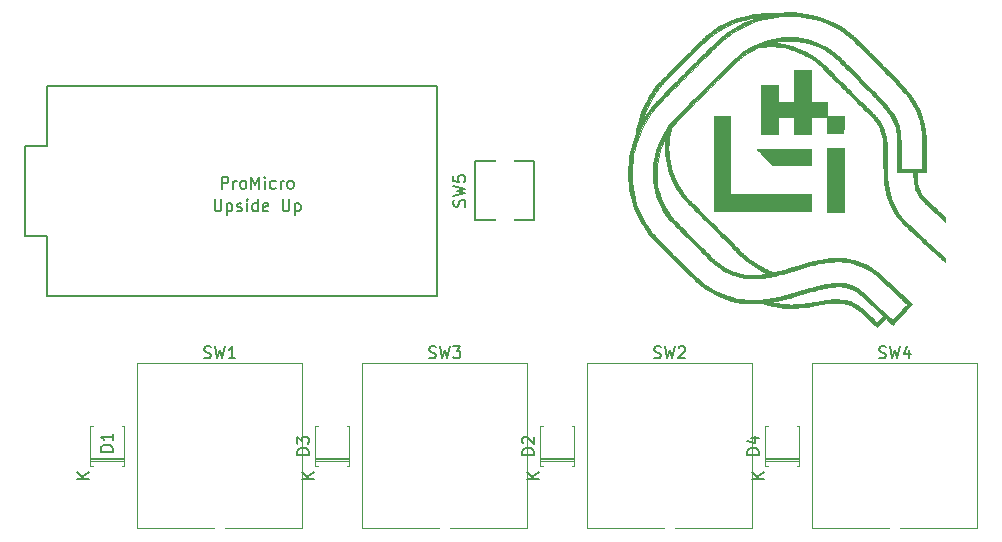
<source format=gto>
G04 #@! TF.GenerationSoftware,KiCad,Pcbnew,5.0.2-bee76a0~70~ubuntu18.04.1*
G04 #@! TF.CreationDate,2019-05-16T23:35:36+09:00*
G04 #@! TF.ProjectId,meishi2,6d656973-6869-4322-9e6b-696361645f70,rev?*
G04 #@! TF.SameCoordinates,Original*
G04 #@! TF.FileFunction,Legend,Top*
G04 #@! TF.FilePolarity,Positive*
%FSLAX46Y46*%
G04 Gerber Fmt 4.6, Leading zero omitted, Abs format (unit mm)*
G04 Created by KiCad (PCBNEW 5.0.2-bee76a0~70~ubuntu18.04.1) date 2019年05月16日 23時35分36秒*
%MOMM*%
%LPD*%
G01*
G04 APERTURE LIST*
%ADD10C,0.120000*%
%ADD11C,0.150000*%
%ADD12C,0.010000*%
%ADD13C,2.002000*%
%ADD14C,2.302000*%
%ADD15C,1.802000*%
%ADD16C,4.102000*%
%ADD17C,1.602000*%
%ADD18C,1.702000*%
%ADD19R,1.702000X1.702000*%
%ADD20R,2.102000X2.102000*%
%ADD21O,2.102000X2.102000*%
G04 APERTURE END LIST*
D10*
G04 #@! TO.C,SW1*
X54610000Y-86995000D02*
X54610000Y-73025000D01*
X68580000Y-86995000D02*
X54610000Y-86995000D01*
X68580000Y-73025000D02*
X68580000Y-86995000D01*
X54610000Y-73025000D02*
X68580000Y-73025000D01*
G04 #@! TO.C,SW2*
X92710000Y-86995000D02*
X92710000Y-73025000D01*
X106680000Y-86995000D02*
X92710000Y-86995000D01*
X106680000Y-73025000D02*
X106680000Y-86995000D01*
X92710000Y-73025000D02*
X106680000Y-73025000D01*
G04 #@! TO.C,SW3*
X73660000Y-86995000D02*
X73660000Y-73025000D01*
X87630000Y-86995000D02*
X73660000Y-86995000D01*
X87630000Y-73025000D02*
X87630000Y-86995000D01*
X73660000Y-73025000D02*
X87630000Y-73025000D01*
G04 #@! TO.C,SW4*
X111760000Y-86995000D02*
X111760000Y-73025000D01*
X125730000Y-86995000D02*
X111760000Y-86995000D01*
X125730000Y-73025000D02*
X125730000Y-86995000D01*
X111760000Y-73025000D02*
X125730000Y-73025000D01*
D11*
G04 #@! TO.C,SW5*
X88225000Y-60920000D02*
X83225000Y-60920000D01*
X88225000Y-55920000D02*
X88225000Y-60920000D01*
X88225000Y-55920000D02*
X83225000Y-55920000D01*
X83225000Y-55920000D02*
X83225000Y-60920000D01*
G04 #@! TO.C,U1*
X80010000Y-49530000D02*
X80010000Y-67310000D01*
X46990000Y-49530000D02*
X80010000Y-49530000D01*
X46990000Y-54610000D02*
X46990000Y-49530000D01*
X45085000Y-54610000D02*
X46990000Y-54610000D01*
X45085000Y-62230000D02*
X45085000Y-54610000D01*
X46990000Y-62230000D02*
X45085000Y-62230000D01*
X46990000Y-67310000D02*
X46990000Y-62230000D01*
X46990000Y-67310000D02*
X80010000Y-67310000D01*
D12*
G04 #@! TO.C,G\002A\002A\002A*
G36*
X111647111Y-50856445D02*
X113001778Y-50856445D01*
X113001778Y-52112334D01*
X114413153Y-52112334D01*
X114409493Y-52814361D01*
X114405834Y-53516389D01*
X112994723Y-53516389D01*
X112991060Y-52828473D01*
X112987398Y-52140556D01*
X111647111Y-52140556D01*
X111647111Y-53579889D01*
X110236000Y-53579889D01*
X110236000Y-52140556D01*
X108853111Y-52140556D01*
X108853111Y-53565778D01*
X107441905Y-53565778D01*
X107445480Y-51530250D01*
X107449056Y-49494723D01*
X108151084Y-49491063D01*
X108853111Y-49487403D01*
X108853111Y-50856445D01*
X110236000Y-50856445D01*
X110236000Y-48203556D01*
X111647111Y-48203556D01*
X111647111Y-50856445D01*
X111647111Y-50856445D01*
G37*
X111647111Y-50856445D02*
X113001778Y-50856445D01*
X113001778Y-52112334D01*
X114413153Y-52112334D01*
X114409493Y-52814361D01*
X114405834Y-53516389D01*
X112994723Y-53516389D01*
X112991060Y-52828473D01*
X112987398Y-52140556D01*
X111647111Y-52140556D01*
X111647111Y-53579889D01*
X110236000Y-53579889D01*
X110236000Y-52140556D01*
X108853111Y-52140556D01*
X108853111Y-53565778D01*
X107441905Y-53565778D01*
X107445480Y-51530250D01*
X107449056Y-49494723D01*
X108151084Y-49491063D01*
X108853111Y-49487403D01*
X108853111Y-50856445D01*
X110236000Y-50856445D01*
X110236000Y-48203556D01*
X111647111Y-48203556D01*
X111647111Y-50856445D01*
G36*
X111647111Y-56190445D02*
X108358575Y-56190445D01*
X107709839Y-55558973D01*
X107597250Y-55449220D01*
X107490857Y-55345196D01*
X107392353Y-55248579D01*
X107303435Y-55161045D01*
X107225798Y-55084273D01*
X107161135Y-55019939D01*
X107111143Y-54969722D01*
X107077515Y-54935297D01*
X107061947Y-54918342D01*
X107061052Y-54916917D01*
X107074910Y-54915754D01*
X107115509Y-54914626D01*
X107181366Y-54913541D01*
X107270999Y-54912505D01*
X107382926Y-54911526D01*
X107515666Y-54910610D01*
X107667736Y-54909764D01*
X107837655Y-54908995D01*
X108023940Y-54908309D01*
X108225110Y-54907714D01*
X108439682Y-54907217D01*
X108666174Y-54906823D01*
X108903105Y-54906541D01*
X109148993Y-54906376D01*
X109354056Y-54906334D01*
X111647111Y-54906334D01*
X111647111Y-56190445D01*
X111647111Y-56190445D01*
G37*
X111647111Y-56190445D02*
X108358575Y-56190445D01*
X107709839Y-55558973D01*
X107597250Y-55449220D01*
X107490857Y-55345196D01*
X107392353Y-55248579D01*
X107303435Y-55161045D01*
X107225798Y-55084273D01*
X107161135Y-55019939D01*
X107111143Y-54969722D01*
X107077515Y-54935297D01*
X107061947Y-54918342D01*
X107061052Y-54916917D01*
X107074910Y-54915754D01*
X107115509Y-54914626D01*
X107181366Y-54913541D01*
X107270999Y-54912505D01*
X107382926Y-54911526D01*
X107515666Y-54910610D01*
X107667736Y-54909764D01*
X107837655Y-54908995D01*
X108023940Y-54908309D01*
X108225110Y-54907714D01*
X108439682Y-54907217D01*
X108666174Y-54906823D01*
X108903105Y-54906541D01*
X109148993Y-54906376D01*
X109354056Y-54906334D01*
X111647111Y-54906334D01*
X111647111Y-56190445D01*
G36*
X104065102Y-52071758D02*
X104207838Y-52072658D01*
X104345020Y-52074344D01*
X104467056Y-52076745D01*
X104505696Y-52077779D01*
X104836115Y-52087415D01*
X104826892Y-55384236D01*
X104817670Y-58681056D01*
X108225335Y-58677063D01*
X111633000Y-58673071D01*
X111633000Y-60085111D01*
X110104288Y-60085111D01*
X109918520Y-60085169D01*
X109707275Y-60085339D01*
X109473296Y-60085615D01*
X109219328Y-60085989D01*
X108948116Y-60086457D01*
X108662404Y-60087012D01*
X108364935Y-60087647D01*
X108058456Y-60088356D01*
X107745709Y-60089133D01*
X107429439Y-60089972D01*
X107112391Y-60090866D01*
X106797309Y-60091810D01*
X106486938Y-60092796D01*
X106184021Y-60093819D01*
X105990899Y-60094506D01*
X103406223Y-60103901D01*
X103408257Y-57924923D01*
X103408578Y-57638617D01*
X103409018Y-57334619D01*
X103409566Y-57016749D01*
X103410213Y-56688828D01*
X103410949Y-56354676D01*
X103411764Y-56018114D01*
X103412647Y-55682963D01*
X103413589Y-55353043D01*
X103414579Y-55032174D01*
X103415607Y-54724178D01*
X103416664Y-54432874D01*
X103417738Y-54162084D01*
X103418821Y-53915627D01*
X103418841Y-53911500D01*
X103427389Y-52077056D01*
X103801334Y-52072599D01*
X103926403Y-52071715D01*
X104065102Y-52071758D01*
X104065102Y-52071758D01*
G37*
X104065102Y-52071758D02*
X104207838Y-52072658D01*
X104345020Y-52074344D01*
X104467056Y-52076745D01*
X104505696Y-52077779D01*
X104836115Y-52087415D01*
X104826892Y-55384236D01*
X104817670Y-58681056D01*
X108225335Y-58677063D01*
X111633000Y-58673071D01*
X111633000Y-60085111D01*
X110104288Y-60085111D01*
X109918520Y-60085169D01*
X109707275Y-60085339D01*
X109473296Y-60085615D01*
X109219328Y-60085989D01*
X108948116Y-60086457D01*
X108662404Y-60087012D01*
X108364935Y-60087647D01*
X108058456Y-60088356D01*
X107745709Y-60089133D01*
X107429439Y-60089972D01*
X107112391Y-60090866D01*
X106797309Y-60091810D01*
X106486938Y-60092796D01*
X106184021Y-60093819D01*
X105990899Y-60094506D01*
X103406223Y-60103901D01*
X103408257Y-57924923D01*
X103408578Y-57638617D01*
X103409018Y-57334619D01*
X103409566Y-57016749D01*
X103410213Y-56688828D01*
X103410949Y-56354676D01*
X103411764Y-56018114D01*
X103412647Y-55682963D01*
X103413589Y-55353043D01*
X103414579Y-55032174D01*
X103415607Y-54724178D01*
X103416664Y-54432874D01*
X103417738Y-54162084D01*
X103418821Y-53915627D01*
X103418841Y-53911500D01*
X103427389Y-52077056D01*
X103801334Y-52072599D01*
X103926403Y-52071715D01*
X104065102Y-52071758D01*
G36*
X114412889Y-60212111D02*
X113001778Y-60212111D01*
X113001778Y-54821667D01*
X114412889Y-54821667D01*
X114412889Y-60212111D01*
X114412889Y-60212111D01*
G37*
X114412889Y-60212111D02*
X113001778Y-60212111D01*
X113001778Y-54821667D01*
X114412889Y-54821667D01*
X114412889Y-60212111D01*
G36*
X110060327Y-43310054D02*
X110265105Y-43315310D01*
X110455101Y-43324464D01*
X110624517Y-43337565D01*
X110665692Y-43341755D01*
X111159474Y-43408253D01*
X111641300Y-43499906D01*
X112110842Y-43616587D01*
X112567774Y-43758171D01*
X113011768Y-43924530D01*
X113442498Y-44115539D01*
X113859637Y-44331072D01*
X114262858Y-44571001D01*
X114651834Y-44835202D01*
X114780959Y-44930669D01*
X114843402Y-44977975D01*
X114901993Y-45022829D01*
X114957950Y-45066377D01*
X115012490Y-45109766D01*
X115066831Y-45154142D01*
X115122191Y-45200652D01*
X115179788Y-45250441D01*
X115240839Y-45304657D01*
X115306562Y-45364445D01*
X115378174Y-45430953D01*
X115456894Y-45505326D01*
X115543940Y-45588711D01*
X115640528Y-45682255D01*
X115747878Y-45787103D01*
X115867206Y-45904403D01*
X115999730Y-46035300D01*
X116146668Y-46180941D01*
X116309238Y-46342472D01*
X116488658Y-46521040D01*
X116686144Y-46717792D01*
X116802658Y-46833925D01*
X117075785Y-47106344D01*
X117329713Y-47359958D01*
X117565379Y-47595738D01*
X117783720Y-47814652D01*
X117985671Y-48017672D01*
X118172170Y-48205768D01*
X118344154Y-48379910D01*
X118502558Y-48541067D01*
X118648319Y-48690211D01*
X118782375Y-48828311D01*
X118905661Y-48956338D01*
X119019115Y-49075261D01*
X119123673Y-49186051D01*
X119220271Y-49289678D01*
X119309847Y-49387112D01*
X119393336Y-49479324D01*
X119471676Y-49567283D01*
X119545802Y-49651959D01*
X119616653Y-49734324D01*
X119685164Y-49815346D01*
X119712042Y-49847500D01*
X119963327Y-50159722D01*
X120189562Y-50463791D01*
X120391926Y-50761970D01*
X120571601Y-51056519D01*
X120729767Y-51349700D01*
X120867603Y-51643775D01*
X120986291Y-51941004D01*
X121087011Y-52243649D01*
X121170943Y-52553972D01*
X121206574Y-52710807D01*
X121235548Y-52853003D01*
X121261507Y-52995151D01*
X121284564Y-53139263D01*
X121304829Y-53287348D01*
X121322412Y-53441419D01*
X121337425Y-53603485D01*
X121349978Y-53775558D01*
X121360182Y-53959649D01*
X121368147Y-54157768D01*
X121373986Y-54371926D01*
X121377808Y-54604135D01*
X121379724Y-54856405D01*
X121379846Y-55130747D01*
X121378283Y-55429172D01*
X121375147Y-55753692D01*
X121374992Y-55767111D01*
X121362611Y-56832500D01*
X120978324Y-56836254D01*
X120594036Y-56840009D01*
X120600485Y-56920921D01*
X120603319Y-56964750D01*
X120606639Y-57029092D01*
X120610083Y-57106247D01*
X120613293Y-57188518D01*
X120614172Y-57213500D01*
X120632678Y-57496912D01*
X120668683Y-57760079D01*
X120723111Y-58005598D01*
X120796886Y-58236068D01*
X120890934Y-58454086D01*
X121006179Y-58662250D01*
X121143546Y-58863160D01*
X121248246Y-58994798D01*
X121275419Y-59026766D01*
X121302979Y-59058212D01*
X121332419Y-59090560D01*
X121365234Y-59125232D01*
X121402919Y-59163650D01*
X121446968Y-59207239D01*
X121498875Y-59257420D01*
X121560135Y-59315616D01*
X121632243Y-59383250D01*
X121716692Y-59461745D01*
X121814978Y-59552524D01*
X121928594Y-59657010D01*
X122059036Y-59776624D01*
X122207797Y-59912792D01*
X122325784Y-60020688D01*
X123034778Y-60668876D01*
X123034778Y-61049041D01*
X123003709Y-61022160D01*
X122967693Y-60990386D01*
X122914110Y-60942265D01*
X122844931Y-60879614D01*
X122762125Y-60804249D01*
X122667664Y-60717987D01*
X122563517Y-60622646D01*
X122451654Y-60520041D01*
X122334046Y-60411991D01*
X122212664Y-60300312D01*
X122089476Y-60186821D01*
X121966455Y-60073335D01*
X121845569Y-59961670D01*
X121728789Y-59853645D01*
X121618085Y-59751075D01*
X121515428Y-59655778D01*
X121422788Y-59569570D01*
X121342135Y-59494268D01*
X121275440Y-59431690D01*
X121224672Y-59383653D01*
X121191802Y-59351972D01*
X121182914Y-59343061D01*
X120995879Y-59134435D01*
X120834815Y-58921580D01*
X120698330Y-58701591D01*
X120585030Y-58471562D01*
X120493523Y-58228587D01*
X120422413Y-57969760D01*
X120370310Y-57692175D01*
X120361457Y-57629778D01*
X120353044Y-57557125D01*
X120344241Y-57463925D01*
X120335557Y-57357539D01*
X120327500Y-57245326D01*
X120320578Y-57134647D01*
X120315300Y-57032861D01*
X120312172Y-56947329D01*
X120311538Y-56906584D01*
X120311334Y-56839556D01*
X118970778Y-56839556D01*
X118970690Y-55735361D01*
X118970303Y-55427774D01*
X118969126Y-55146680D01*
X118967062Y-54890357D01*
X118964011Y-54657086D01*
X118959877Y-54445145D01*
X118954559Y-54252814D01*
X118947960Y-54078371D01*
X118939982Y-53920096D01*
X118930526Y-53776268D01*
X118919494Y-53645166D01*
X118906786Y-53525069D01*
X118892306Y-53414257D01*
X118875955Y-53311008D01*
X118857633Y-53213602D01*
X118837244Y-53120318D01*
X118816360Y-53035837D01*
X118765209Y-52860342D01*
X118703246Y-52687110D01*
X118629254Y-52514225D01*
X118542013Y-52339770D01*
X118440308Y-52161828D01*
X118322919Y-51978482D01*
X118188629Y-51787813D01*
X118036219Y-51587906D01*
X117864473Y-51376843D01*
X117672171Y-51152706D01*
X117491537Y-50950362D01*
X117457447Y-50913797D01*
X117405028Y-50858994D01*
X117335570Y-50787245D01*
X117250362Y-50699846D01*
X117150692Y-50598090D01*
X117037852Y-50483272D01*
X116913130Y-50356687D01*
X116777815Y-50219627D01*
X116633196Y-50073388D01*
X116480564Y-49919263D01*
X116321208Y-49758547D01*
X116156416Y-49592535D01*
X115987479Y-49422519D01*
X115815685Y-49249795D01*
X115642324Y-49075657D01*
X115468686Y-48901399D01*
X115296060Y-48728314D01*
X115125734Y-48557698D01*
X114958999Y-48390845D01*
X114797144Y-48229048D01*
X114641459Y-48073602D01*
X114493232Y-47925802D01*
X114353752Y-47786940D01*
X114224311Y-47658313D01*
X114106196Y-47541213D01*
X114000697Y-47436935D01*
X113909103Y-47346773D01*
X113832705Y-47272022D01*
X113772791Y-47213975D01*
X113730650Y-47173927D01*
X113714389Y-47159037D01*
X113445378Y-46934122D01*
X113161229Y-46723330D01*
X112867896Y-46530729D01*
X112571334Y-46360387D01*
X112464397Y-46305030D01*
X112206117Y-46184658D01*
X111929705Y-46073013D01*
X111644771Y-45973633D01*
X111360925Y-45890061D01*
X111284622Y-45870391D01*
X111060836Y-45818032D01*
X110849844Y-45776432D01*
X110643680Y-45744551D01*
X110434378Y-45721347D01*
X110213972Y-45705776D01*
X109974498Y-45696799D01*
X109953778Y-45696323D01*
X109684322Y-45694491D01*
X109433649Y-45701834D01*
X109193622Y-45719055D01*
X108956104Y-45746859D01*
X108712956Y-45785948D01*
X108546658Y-45818023D01*
X108445144Y-45838849D01*
X108370413Y-45854813D01*
X108321596Y-45866706D01*
X108297828Y-45875320D01*
X108298239Y-45881448D01*
X108321964Y-45885881D01*
X108368134Y-45889411D01*
X108435882Y-45892830D01*
X108463337Y-45894092D01*
X108865939Y-45924795D01*
X109261431Y-45980086D01*
X109653939Y-46060739D01*
X110047586Y-46167531D01*
X110236000Y-46227586D01*
X110645052Y-46378090D01*
X111039662Y-46551991D01*
X111420824Y-46749881D01*
X111789533Y-46972356D01*
X112146783Y-47220008D01*
X112493569Y-47493432D01*
X112783056Y-47748588D01*
X112811010Y-47775226D01*
X112857856Y-47820825D01*
X112922562Y-47884359D01*
X113004096Y-47964800D01*
X113101426Y-48061122D01*
X113213522Y-48172296D01*
X113339351Y-48297296D01*
X113477881Y-48435094D01*
X113628082Y-48584664D01*
X113788920Y-48744978D01*
X113959365Y-48915009D01*
X114138385Y-49093730D01*
X114324948Y-49280114D01*
X114518023Y-49473133D01*
X114716577Y-49671760D01*
X114919579Y-49874969D01*
X115056238Y-50011840D01*
X115328704Y-50284906D01*
X115581506Y-50538510D01*
X115815034Y-50773049D01*
X116029677Y-50988919D01*
X116225825Y-51186516D01*
X116403869Y-51366237D01*
X116564197Y-51528476D01*
X116707200Y-51673631D01*
X116833267Y-51802098D01*
X116942789Y-51914273D01*
X117036156Y-52010551D01*
X117113756Y-52091330D01*
X117175981Y-52157005D01*
X117223219Y-52207973D01*
X117255861Y-52244629D01*
X117269065Y-52260500D01*
X117456022Y-52515101D01*
X117615910Y-52774064D01*
X117749832Y-53040008D01*
X117858886Y-53315550D01*
X117944173Y-53603309D01*
X118006794Y-53905901D01*
X118031243Y-54073778D01*
X118041635Y-54160792D01*
X118050578Y-54246528D01*
X118058141Y-54333573D01*
X118064392Y-54424514D01*
X118069402Y-54521937D01*
X118073238Y-54628429D01*
X118075971Y-54746577D01*
X118077669Y-54878968D01*
X118078401Y-55028188D01*
X118078237Y-55196824D01*
X118077245Y-55387463D01*
X118075496Y-55602692D01*
X118074596Y-55696556D01*
X118072385Y-55962379D01*
X118071369Y-56202669D01*
X118071655Y-56420092D01*
X118073348Y-56617315D01*
X118076554Y-56797007D01*
X118081380Y-56961834D01*
X118087931Y-57114463D01*
X118096312Y-57257562D01*
X118106630Y-57393798D01*
X118118991Y-57525838D01*
X118133501Y-57656350D01*
X118150265Y-57788001D01*
X118160591Y-57862611D01*
X118231665Y-58274598D01*
X118325564Y-58669989D01*
X118442287Y-59048782D01*
X118581834Y-59410978D01*
X118744205Y-59756574D01*
X118929398Y-60085571D01*
X119137413Y-60397966D01*
X119368250Y-60693759D01*
X119621909Y-60972949D01*
X119650894Y-61002334D01*
X119678063Y-61028713D01*
X119724809Y-61072965D01*
X119789876Y-61133927D01*
X119872002Y-61210436D01*
X119969929Y-61301332D01*
X120082398Y-61405451D01*
X120208150Y-61521632D01*
X120345926Y-61648714D01*
X120494466Y-61785533D01*
X120652512Y-61930929D01*
X120818803Y-62083738D01*
X120992082Y-62242799D01*
X121171089Y-62406951D01*
X121354564Y-62575030D01*
X121416499Y-62631729D01*
X123034778Y-64112957D01*
X123034778Y-64302096D01*
X123034551Y-64377993D01*
X123033497Y-64429587D01*
X123031058Y-64460796D01*
X123026673Y-64475538D01*
X123019784Y-64477731D01*
X123010546Y-64471867D01*
X122994822Y-64458094D01*
X122959649Y-64426468D01*
X122906368Y-64378218D01*
X122836322Y-64314574D01*
X122750854Y-64236765D01*
X122651306Y-64146020D01*
X122539021Y-64043570D01*
X122415342Y-63930643D01*
X122281611Y-63808470D01*
X122139171Y-63678279D01*
X121989364Y-63541300D01*
X121833534Y-63398762D01*
X121673022Y-63251896D01*
X121509172Y-63101930D01*
X121343326Y-62950095D01*
X121176826Y-62797619D01*
X121011016Y-62645732D01*
X120847238Y-62495663D01*
X120686834Y-62348643D01*
X120531147Y-62205900D01*
X120381520Y-62068664D01*
X120239296Y-61938165D01*
X120105816Y-61815631D01*
X119982424Y-61702294D01*
X119870463Y-61599381D01*
X119771274Y-61508123D01*
X119686201Y-61429748D01*
X119616586Y-61365488D01*
X119563772Y-61316570D01*
X119529101Y-61284224D01*
X119516287Y-61272044D01*
X119247385Y-60990668D01*
X119001265Y-60692656D01*
X118777956Y-60378070D01*
X118577487Y-60046973D01*
X118399889Y-59699430D01*
X118245191Y-59335503D01*
X118113423Y-58955254D01*
X118004616Y-58558748D01*
X117918799Y-58146047D01*
X117863372Y-57777945D01*
X117851812Y-57684998D01*
X117841586Y-57600127D01*
X117832612Y-57521024D01*
X117824806Y-57445381D01*
X117818084Y-57370890D01*
X117812362Y-57295242D01*
X117807558Y-57216130D01*
X117803588Y-57131245D01*
X117800368Y-57038280D01*
X117797815Y-56934925D01*
X117795845Y-56818874D01*
X117794375Y-56687817D01*
X117793322Y-56539447D01*
X117792601Y-56371455D01*
X117792130Y-56181534D01*
X117791824Y-55967375D01*
X117791659Y-55795334D01*
X117791412Y-55564745D01*
X117791051Y-55360236D01*
X117790515Y-55179668D01*
X117789743Y-55020898D01*
X117788673Y-54881785D01*
X117787244Y-54760187D01*
X117785396Y-54653965D01*
X117783067Y-54560975D01*
X117780197Y-54479078D01*
X117776723Y-54406132D01*
X117772586Y-54339995D01*
X117767723Y-54278526D01*
X117762074Y-54219584D01*
X117755578Y-54161028D01*
X117748173Y-54100717D01*
X117741930Y-54052611D01*
X117690876Y-53764552D01*
X117615080Y-53483429D01*
X117515758Y-53212774D01*
X117394127Y-52956118D01*
X117317844Y-52821679D01*
X117295541Y-52784726D01*
X117274437Y-52750067D01*
X117253724Y-52716850D01*
X117232594Y-52684225D01*
X117210236Y-52651339D01*
X117185843Y-52617343D01*
X117158606Y-52581384D01*
X117127716Y-52542611D01*
X117092364Y-52500174D01*
X117051741Y-52453221D01*
X117005038Y-52400900D01*
X116951448Y-52342361D01*
X116890159Y-52276752D01*
X116820365Y-52203222D01*
X116741256Y-52120921D01*
X116652024Y-52028995D01*
X116551859Y-51926596D01*
X116439952Y-51812870D01*
X116315496Y-51686967D01*
X116177681Y-51548036D01*
X116025698Y-51395226D01*
X115858738Y-51227685D01*
X115675993Y-51044562D01*
X115476654Y-50845005D01*
X115259913Y-50628165D01*
X115024959Y-50393189D01*
X114770984Y-50139225D01*
X114731875Y-50100118D01*
X114519066Y-49887428D01*
X114310448Y-49679138D01*
X114106982Y-49476201D01*
X113909630Y-49279568D01*
X113719352Y-49090191D01*
X113537112Y-48909022D01*
X113363869Y-48737011D01*
X113200586Y-48575110D01*
X113048224Y-48424272D01*
X112907744Y-48285446D01*
X112780109Y-48159586D01*
X112666279Y-48047643D01*
X112567215Y-47950568D01*
X112483880Y-47869313D01*
X112417235Y-47804829D01*
X112368241Y-47758067D01*
X112337860Y-47729981D01*
X112331500Y-47724488D01*
X111986102Y-47455049D01*
X111633459Y-47211185D01*
X111413099Y-47073817D01*
X111323837Y-47022625D01*
X111215291Y-46963930D01*
X111093541Y-46900727D01*
X110964664Y-46836011D01*
X110834740Y-46772780D01*
X110709848Y-46714029D01*
X110596067Y-46662754D01*
X110499475Y-46621951D01*
X110482945Y-46615385D01*
X110082314Y-46472843D01*
X109678421Y-46357873D01*
X109271996Y-46270567D01*
X108863771Y-46211022D01*
X108454476Y-46179330D01*
X108044842Y-46175587D01*
X107635600Y-46199887D01*
X107434945Y-46222122D01*
X107338903Y-46234933D01*
X107263318Y-46247052D01*
X107200578Y-46260742D01*
X107143072Y-46278269D01*
X107083190Y-46301894D01*
X107013320Y-46333881D01*
X106941056Y-46369011D01*
X106593034Y-46553225D01*
X106252028Y-46760422D01*
X105915525Y-46992247D01*
X105581013Y-47250347D01*
X105522889Y-47298009D01*
X105497138Y-47321050D01*
X105452546Y-47363038D01*
X105390174Y-47422913D01*
X105311086Y-47499614D01*
X105216344Y-47592082D01*
X105107010Y-47699254D01*
X104984149Y-47820072D01*
X104848821Y-47953475D01*
X104702091Y-48098402D01*
X104545021Y-48253792D01*
X104378673Y-48418587D01*
X104204110Y-48591724D01*
X104022394Y-48772145D01*
X103834590Y-48958787D01*
X103641758Y-49150592D01*
X103444963Y-49346498D01*
X103245266Y-49545445D01*
X103043730Y-49746373D01*
X102841419Y-49948221D01*
X102639394Y-50149929D01*
X102438718Y-50350437D01*
X102240455Y-50548684D01*
X102045666Y-50743610D01*
X101855415Y-50934153D01*
X101670765Y-51119255D01*
X101492777Y-51297855D01*
X101322515Y-51468891D01*
X101161041Y-51631305D01*
X101009418Y-51784035D01*
X100868709Y-51926020D01*
X100739976Y-52056201D01*
X100624282Y-52173518D01*
X100522691Y-52276909D01*
X100436263Y-52365314D01*
X100366063Y-52437674D01*
X100313153Y-52492927D01*
X100278596Y-52530013D01*
X100271111Y-52538415D01*
X100193171Y-52629218D01*
X100115583Y-52722147D01*
X100041447Y-52813289D01*
X99973862Y-52898732D01*
X99915925Y-52974560D01*
X99870737Y-53036860D01*
X99842770Y-53079395D01*
X99820576Y-53127308D01*
X99795746Y-53199568D01*
X99769099Y-53292514D01*
X99741456Y-53402483D01*
X99713641Y-53525814D01*
X99686472Y-53658844D01*
X99660772Y-53797912D01*
X99637363Y-53939355D01*
X99617064Y-54079512D01*
X99615023Y-54094945D01*
X99604645Y-54196534D01*
X99596641Y-54320889D01*
X99590991Y-54462652D01*
X99587672Y-54616469D01*
X99586663Y-54776984D01*
X99587942Y-54938841D01*
X99591487Y-55096685D01*
X99597278Y-55245161D01*
X99605292Y-55378912D01*
X99615508Y-55492582D01*
X99620835Y-55535880D01*
X99692879Y-55965341D01*
X99789876Y-56382351D01*
X99912054Y-56787384D01*
X100059645Y-57180913D01*
X100232878Y-57563413D01*
X100431984Y-57935357D01*
X100657194Y-58297219D01*
X100908737Y-58649473D01*
X101186844Y-58992592D01*
X101434120Y-59266667D01*
X101475018Y-59309319D01*
X101533927Y-59369806D01*
X101609679Y-59446965D01*
X101701104Y-59539629D01*
X101807034Y-59646633D01*
X101926298Y-59766811D01*
X102057729Y-59898999D01*
X102200156Y-60042031D01*
X102352410Y-60194742D01*
X102513323Y-60355966D01*
X102681725Y-60524539D01*
X102856447Y-60699294D01*
X103036320Y-60879066D01*
X103220174Y-61062691D01*
X103406841Y-61249003D01*
X103595151Y-61436836D01*
X103783935Y-61625025D01*
X103972024Y-61812405D01*
X104158249Y-61997811D01*
X104341441Y-62180076D01*
X104520430Y-62358037D01*
X104694047Y-62530527D01*
X104861123Y-62696382D01*
X105020489Y-62854435D01*
X105170976Y-63003522D01*
X105311415Y-63142477D01*
X105440636Y-63270135D01*
X105557470Y-63385331D01*
X105660748Y-63486899D01*
X105749301Y-63573674D01*
X105821960Y-63644491D01*
X105877555Y-63698183D01*
X105914918Y-63733587D01*
X105925517Y-63743282D01*
X106222478Y-64000257D01*
X106511525Y-64232795D01*
X106795190Y-64442677D01*
X107076004Y-64631685D01*
X107356500Y-64801599D01*
X107639210Y-64954200D01*
X107667778Y-64968615D01*
X107777176Y-65021839D01*
X107891488Y-65074522D01*
X108007021Y-65125209D01*
X108120082Y-65172448D01*
X108226979Y-65214783D01*
X108324019Y-65250760D01*
X108407510Y-65278925D01*
X108473758Y-65297824D01*
X108519070Y-65306001D01*
X108524991Y-65306223D01*
X108560436Y-65302105D01*
X108621067Y-65290072D01*
X108705124Y-65270603D01*
X108810848Y-65244179D01*
X108936480Y-65211277D01*
X109080261Y-65172379D01*
X109240430Y-65127964D01*
X109415230Y-65078510D01*
X109602901Y-65024499D01*
X109801683Y-64966410D01*
X110009818Y-64904721D01*
X110132663Y-64867923D01*
X110443221Y-64775076D01*
X110729180Y-64690791D01*
X110992665Y-64614567D01*
X111235804Y-64545905D01*
X111460724Y-64484301D01*
X111669552Y-64429257D01*
X111864415Y-64380270D01*
X112047439Y-64336839D01*
X112220753Y-64298464D01*
X112386482Y-64264643D01*
X112546755Y-64234876D01*
X112703697Y-64208662D01*
X112859437Y-64185498D01*
X113016100Y-64164886D01*
X113175814Y-64146323D01*
X113213445Y-64142265D01*
X113616402Y-64112616D01*
X114014627Y-64109643D01*
X114407081Y-64133073D01*
X114792729Y-64182634D01*
X115170533Y-64258050D01*
X115539458Y-64359050D01*
X115898466Y-64485361D01*
X116246520Y-64636708D01*
X116582585Y-64812819D01*
X116905623Y-65013420D01*
X117132734Y-65175253D01*
X117167055Y-65201237D01*
X117200056Y-65226577D01*
X117232892Y-65252325D01*
X117266717Y-65279535D01*
X117302685Y-65309258D01*
X117341953Y-65342546D01*
X117385673Y-65380453D01*
X117435001Y-65424031D01*
X117491091Y-65474332D01*
X117555098Y-65532408D01*
X117628177Y-65599313D01*
X117711481Y-65676098D01*
X117806165Y-65763817D01*
X117913385Y-65863521D01*
X118034294Y-65976263D01*
X118170048Y-66103096D01*
X118321800Y-66245071D01*
X118490706Y-66403242D01*
X118677919Y-66578661D01*
X118876995Y-66765256D01*
X120200146Y-68005568D01*
X120151952Y-68056423D01*
X120134715Y-68074870D01*
X120099940Y-68112313D01*
X120049234Y-68167014D01*
X119984206Y-68237235D01*
X119906464Y-68321238D01*
X119817616Y-68417285D01*
X119719271Y-68523637D01*
X119613035Y-68638557D01*
X119500519Y-68760306D01*
X119383329Y-68887147D01*
X119380282Y-68890445D01*
X119263119Y-69017247D01*
X119150675Y-69138887D01*
X119044548Y-69253642D01*
X118946334Y-69359786D01*
X118857630Y-69455596D01*
X118780034Y-69539347D01*
X118715143Y-69609314D01*
X118664553Y-69663773D01*
X118629862Y-69701001D01*
X118612666Y-69719272D01*
X118612421Y-69719525D01*
X118568035Y-69765439D01*
X118272990Y-69489315D01*
X117977944Y-69213191D01*
X117595944Y-69594398D01*
X117213945Y-69975605D01*
X116727111Y-69492997D01*
X116512569Y-69281995D01*
X116314716Y-69091275D01*
X116131847Y-68919711D01*
X115962259Y-68766181D01*
X115804246Y-68629561D01*
X115656104Y-68508728D01*
X115516127Y-68402559D01*
X115382610Y-68309930D01*
X115253850Y-68229717D01*
X115128140Y-68160798D01*
X115003777Y-68102048D01*
X114879055Y-68052345D01*
X114752269Y-68010564D01*
X114621715Y-67975583D01*
X114485688Y-67946278D01*
X114342483Y-67921525D01*
X114342334Y-67921502D01*
X114254672Y-67911216D01*
X114144273Y-67903458D01*
X114016508Y-67898229D01*
X113876748Y-67895528D01*
X113730365Y-67895355D01*
X113582729Y-67897711D01*
X113439213Y-67902594D01*
X113305187Y-67910006D01*
X113186022Y-67919946D01*
X113171111Y-67921509D01*
X112934153Y-67949926D01*
X112679675Y-67985616D01*
X112416975Y-68027068D01*
X112155355Y-68072770D01*
X111904113Y-68121208D01*
X111768258Y-68149647D01*
X111310025Y-68234347D01*
X110847008Y-68291587D01*
X110380660Y-68321430D01*
X109912434Y-68323943D01*
X109443783Y-68299188D01*
X108976160Y-68247231D01*
X108511018Y-68168136D01*
X108049810Y-68061967D01*
X107726935Y-67970613D01*
X107539147Y-67913291D01*
X107324768Y-67929246D01*
X107224106Y-67935121D01*
X107102841Y-67939592D01*
X106967083Y-67942650D01*
X106822945Y-67944286D01*
X106676535Y-67944491D01*
X106533964Y-67943257D01*
X106401342Y-67940573D01*
X106284781Y-67936431D01*
X106191688Y-67930923D01*
X105748661Y-67882679D01*
X105382382Y-67819184D01*
X108265233Y-67819184D01*
X108267871Y-67822661D01*
X108294221Y-67830407D01*
X108340242Y-67841568D01*
X108401895Y-67855290D01*
X108475139Y-67870717D01*
X108555932Y-67886995D01*
X108640234Y-67903270D01*
X108724004Y-67918686D01*
X108789611Y-67930111D01*
X109201229Y-67989475D01*
X109601889Y-68026386D01*
X109997180Y-68041255D01*
X110271278Y-68038834D01*
X110448333Y-68032611D01*
X110614726Y-68023701D01*
X110775333Y-68011504D01*
X110935030Y-67995420D01*
X111098693Y-67974850D01*
X111271199Y-67949195D01*
X111457422Y-67917856D01*
X111662240Y-67880232D01*
X111836861Y-67846371D01*
X112123912Y-67791240D01*
X112387073Y-67744101D01*
X112629419Y-67704605D01*
X112854020Y-67672406D01*
X113063951Y-67647157D01*
X113262285Y-67628510D01*
X113452093Y-67616119D01*
X113636451Y-67609636D01*
X113818429Y-67608715D01*
X113924483Y-67610602D01*
X114120406Y-67618494D01*
X114294886Y-67632080D01*
X114454318Y-67652407D01*
X114605097Y-67680524D01*
X114753618Y-67717477D01*
X114906274Y-67764314D01*
X114946815Y-67778028D01*
X115101115Y-67836597D01*
X115250168Y-67905076D01*
X115399141Y-67986360D01*
X115553203Y-68083340D01*
X115717522Y-68198910D01*
X115774611Y-68241419D01*
X115858979Y-68306230D01*
X115943425Y-68373770D01*
X116030333Y-68446179D01*
X116122085Y-68525594D01*
X116221063Y-68614155D01*
X116329650Y-68714000D01*
X116450228Y-68827267D01*
X116585181Y-68956094D01*
X116736890Y-69102620D01*
X116770419Y-69135177D01*
X116863221Y-69225222D01*
X116949758Y-69308924D01*
X117027944Y-69384286D01*
X117095694Y-69449310D01*
X117150921Y-69501995D01*
X117191539Y-69540344D01*
X117215463Y-69562359D01*
X117221136Y-69566979D01*
X117232593Y-69557607D01*
X117261301Y-69530762D01*
X117304629Y-69489003D01*
X117359946Y-69434886D01*
X117424622Y-69370970D01*
X117496026Y-69299814D01*
X117501118Y-69294718D01*
X117773908Y-69021659D01*
X116816593Y-68124627D01*
X116675000Y-67992106D01*
X116537116Y-67863358D01*
X116404616Y-67739931D01*
X116279176Y-67623371D01*
X116162473Y-67515228D01*
X116056182Y-67417048D01*
X115961978Y-67330380D01*
X115881538Y-67256772D01*
X115816538Y-67197770D01*
X115768653Y-67154924D01*
X115739559Y-67129780D01*
X115738546Y-67128948D01*
X115510580Y-66958177D01*
X115278438Y-66815110D01*
X115041517Y-66699455D01*
X114799215Y-66610923D01*
X114550930Y-66549222D01*
X114531856Y-66545632D01*
X114477167Y-66536138D01*
X114425574Y-66528762D01*
X114372355Y-66523238D01*
X114312791Y-66519305D01*
X114242158Y-66516700D01*
X114155736Y-66515159D01*
X114048804Y-66514420D01*
X113968389Y-66514247D01*
X113839025Y-66514485D01*
X113732235Y-66515672D01*
X113642382Y-66518085D01*
X113563826Y-66522000D01*
X113490928Y-66527695D01*
X113418049Y-66535446D01*
X113344515Y-66544854D01*
X113209721Y-66564271D01*
X113073468Y-66586335D01*
X112933690Y-66611558D01*
X112788324Y-66640452D01*
X112635306Y-66673527D01*
X112472572Y-66711297D01*
X112298057Y-66754273D01*
X112109697Y-66802967D01*
X111905429Y-66857891D01*
X111683189Y-66919556D01*
X111440911Y-66988475D01*
X111176533Y-67065159D01*
X110887990Y-67150121D01*
X110807500Y-67174003D01*
X110531003Y-67255712D01*
X110278595Y-67329309D01*
X110047559Y-67395506D01*
X109835179Y-67455020D01*
X109638737Y-67508564D01*
X109455516Y-67556854D01*
X109282800Y-67600604D01*
X109117871Y-67640528D01*
X108958013Y-67677341D01*
X108800509Y-67711758D01*
X108642641Y-67744493D01*
X108625066Y-67748036D01*
X108529433Y-67767217D01*
X108442907Y-67784485D01*
X108369350Y-67799075D01*
X108312623Y-67810223D01*
X108276588Y-67817168D01*
X108265233Y-67819184D01*
X105382382Y-67819184D01*
X105312350Y-67807044D01*
X104882882Y-67704066D01*
X104460383Y-67573797D01*
X104044979Y-67416286D01*
X103636796Y-67231583D01*
X103235960Y-67019737D01*
X102842596Y-66780800D01*
X102456831Y-66514820D01*
X102273301Y-66376710D01*
X102216725Y-66332648D01*
X102161700Y-66289049D01*
X102107123Y-66244864D01*
X102051893Y-66199040D01*
X101994907Y-66150527D01*
X101935063Y-66098274D01*
X101871259Y-66041231D01*
X101802393Y-65978345D01*
X101727362Y-65908567D01*
X101645065Y-65830845D01*
X101554399Y-65744129D01*
X101454262Y-65647367D01*
X101343552Y-65539509D01*
X101221166Y-65419503D01*
X101086003Y-65286299D01*
X100936959Y-65138846D01*
X100772934Y-64976093D01*
X100592825Y-64796989D01*
X100395529Y-64600483D01*
X100179945Y-64385524D01*
X100071368Y-64277200D01*
X99890029Y-64096154D01*
X99712405Y-63918613D01*
X99539691Y-63745783D01*
X99373082Y-63578865D01*
X99213773Y-63419066D01*
X99062961Y-63267588D01*
X98921839Y-63125636D01*
X98791604Y-62994413D01*
X98673450Y-62875123D01*
X98568573Y-62768971D01*
X98478169Y-62677160D01*
X98403432Y-62600895D01*
X98345557Y-62541378D01*
X98305741Y-62499815D01*
X98290540Y-62483471D01*
X97978809Y-62119081D01*
X97690872Y-61739705D01*
X97427020Y-61345985D01*
X97187547Y-60938562D01*
X96972747Y-60518079D01*
X96782912Y-60085178D01*
X96618335Y-59640500D01*
X96479309Y-59184689D01*
X96366128Y-58718385D01*
X96279084Y-58242231D01*
X96245838Y-58003723D01*
X96230682Y-57878741D01*
X96218398Y-57766674D01*
X96208703Y-57662239D01*
X96201316Y-57560156D01*
X96195957Y-57455145D01*
X96192345Y-57341926D01*
X96190198Y-57215217D01*
X96189235Y-57069738D01*
X96189126Y-56938334D01*
X96189714Y-56771331D01*
X96189851Y-56758487D01*
X96469324Y-56758487D01*
X96471721Y-57233941D01*
X96500664Y-57706428D01*
X96556252Y-58174004D01*
X96634688Y-58616025D01*
X96743988Y-59075421D01*
X96879384Y-59524802D01*
X97040469Y-59963320D01*
X97226831Y-60390125D01*
X97438063Y-60804367D01*
X97673754Y-61205199D01*
X97933495Y-61591771D01*
X98216877Y-61963234D01*
X98293956Y-62056730D01*
X98341962Y-62112550D01*
X98404950Y-62183550D01*
X98478280Y-62264623D01*
X98557309Y-62350664D01*
X98637398Y-62436568D01*
X98685168Y-62487119D01*
X98732111Y-62535917D01*
X98796458Y-62601908D01*
X98876786Y-62683671D01*
X98971669Y-62779786D01*
X99079681Y-62888832D01*
X99199398Y-63009389D01*
X99329393Y-63140036D01*
X99468241Y-63279352D01*
X99614518Y-63425917D01*
X99766797Y-63578311D01*
X99923654Y-63735113D01*
X100083662Y-63894903D01*
X100245398Y-64056260D01*
X100407435Y-64217763D01*
X100568348Y-64377992D01*
X100726712Y-64535527D01*
X100881101Y-64688946D01*
X101030090Y-64836830D01*
X101172254Y-64977758D01*
X101306168Y-65110310D01*
X101430405Y-65233064D01*
X101543541Y-65344601D01*
X101644151Y-65443499D01*
X101730809Y-65528339D01*
X101802089Y-65597700D01*
X101856567Y-65650161D01*
X101892817Y-65684302D01*
X101897345Y-65688436D01*
X102263724Y-66003895D01*
X102636020Y-66291785D01*
X103014342Y-66552155D01*
X103398796Y-66785052D01*
X103789489Y-66990524D01*
X104186529Y-67168621D01*
X104590023Y-67319391D01*
X105000079Y-67442882D01*
X105416803Y-67539142D01*
X105840303Y-67608220D01*
X106242556Y-67648265D01*
X106367138Y-67654941D01*
X106511864Y-67659407D01*
X106668743Y-67661660D01*
X106829783Y-67661700D01*
X106986994Y-67659524D01*
X107132384Y-67655131D01*
X107257961Y-67648519D01*
X107258556Y-67648479D01*
X107465421Y-67632327D01*
X107670373Y-67612136D01*
X107875667Y-67587426D01*
X108083553Y-67557717D01*
X108296285Y-67522529D01*
X108516115Y-67481382D01*
X108745294Y-67433797D01*
X108986076Y-67379294D01*
X109240713Y-67317393D01*
X109511458Y-67247614D01*
X109800561Y-67169477D01*
X110110277Y-67082503D01*
X110442858Y-66986212D01*
X110638167Y-66928564D01*
X110946040Y-66837590D01*
X111228969Y-66755000D01*
X111488816Y-66680352D01*
X111727444Y-66613206D01*
X111946715Y-66553121D01*
X112148494Y-66499656D01*
X112334642Y-66452372D01*
X112507023Y-66410827D01*
X112667498Y-66374581D01*
X112817932Y-66343192D01*
X112960186Y-66316221D01*
X113096124Y-66293227D01*
X113227609Y-66273769D01*
X113356503Y-66257406D01*
X113484668Y-66243698D01*
X113564498Y-66236346D01*
X113658319Y-66230319D01*
X113768728Y-66226678D01*
X113890112Y-66225303D01*
X114016853Y-66226071D01*
X114143336Y-66228858D01*
X114263944Y-66233543D01*
X114373061Y-66240002D01*
X114465072Y-66248114D01*
X114532834Y-66257475D01*
X114797701Y-66316549D01*
X115046693Y-66395329D01*
X115283685Y-66495609D01*
X115512553Y-66619181D01*
X115737169Y-66767839D01*
X115892967Y-66886997D01*
X115920634Y-66910666D01*
X115967415Y-66952364D01*
X116031881Y-67010766D01*
X116112602Y-67084551D01*
X116208151Y-67172394D01*
X116317096Y-67272974D01*
X116438011Y-67384966D01*
X116569464Y-67507049D01*
X116710028Y-67637898D01*
X116858273Y-67776191D01*
X117012770Y-67920605D01*
X117172090Y-68069816D01*
X117284500Y-68175266D01*
X117443621Y-68324502D01*
X117597134Y-68468213D01*
X117743776Y-68605232D01*
X117882284Y-68734390D01*
X118011396Y-68854519D01*
X118129848Y-68964450D01*
X118236380Y-69063015D01*
X118329727Y-69149044D01*
X118408628Y-69221370D01*
X118471820Y-69278824D01*
X118518039Y-69320238D01*
X118546024Y-69344443D01*
X118554500Y-69350626D01*
X118566335Y-69339930D01*
X118595692Y-69310289D01*
X118640911Y-69263456D01*
X118700330Y-69201186D01*
X118772288Y-69125233D01*
X118855125Y-69037351D01*
X118947180Y-68939295D01*
X119046791Y-68832819D01*
X119152298Y-68719678D01*
X119178161Y-68691889D01*
X119284605Y-68577274D01*
X119385163Y-68468598D01*
X119478212Y-68367643D01*
X119562126Y-68276190D01*
X119635281Y-68196020D01*
X119696054Y-68128916D01*
X119742819Y-68076658D01*
X119773952Y-68041028D01*
X119787830Y-68023808D01*
X119788412Y-68022611D01*
X119778424Y-68011123D01*
X119749242Y-67981828D01*
X119702357Y-67936123D01*
X119639257Y-67875401D01*
X119561433Y-67801059D01*
X119470374Y-67714491D01*
X119367572Y-67617092D01*
X119254514Y-67510257D01*
X119132692Y-67395382D01*
X119003595Y-67273861D01*
X118868713Y-67147090D01*
X118729535Y-67016463D01*
X118587553Y-66883376D01*
X118444255Y-66749223D01*
X118301131Y-66615400D01*
X118159672Y-66483301D01*
X118021367Y-66354323D01*
X117887706Y-66229859D01*
X117760178Y-66111305D01*
X117640275Y-66000055D01*
X117529485Y-65897506D01*
X117429298Y-65805052D01*
X117341205Y-65724088D01*
X117266695Y-65656009D01*
X117207258Y-65602210D01*
X117164384Y-65564086D01*
X117145324Y-65547722D01*
X116853736Y-65323194D01*
X116546682Y-65121728D01*
X116225601Y-64943790D01*
X115891933Y-64789844D01*
X115547119Y-64660355D01*
X115192598Y-64555788D01*
X114829811Y-64476609D01*
X114460197Y-64423280D01*
X114085197Y-64396269D01*
X113706250Y-64396038D01*
X113593448Y-64401180D01*
X113411021Y-64413040D01*
X113232238Y-64428156D01*
X113054857Y-64447007D01*
X112876634Y-64470074D01*
X112695328Y-64497835D01*
X112508696Y-64530769D01*
X112314494Y-64569357D01*
X112110481Y-64614076D01*
X111894412Y-64665406D01*
X111664046Y-64723826D01*
X111417140Y-64789817D01*
X111151450Y-64863856D01*
X110864735Y-64946423D01*
X110554751Y-65037998D01*
X110409633Y-65081501D01*
X110085355Y-65178401D01*
X109785652Y-65266417D01*
X109508470Y-65346013D01*
X109251755Y-65417654D01*
X109013454Y-65481805D01*
X108791512Y-65538932D01*
X108583877Y-65589500D01*
X108388493Y-65633974D01*
X108203309Y-65672819D01*
X108026269Y-65706500D01*
X107855320Y-65735483D01*
X107688409Y-65760232D01*
X107523482Y-65781213D01*
X107358484Y-65798891D01*
X107191363Y-65813731D01*
X107168954Y-65815509D01*
X107065191Y-65821448D01*
X106942015Y-65824940D01*
X106805583Y-65826106D01*
X106662056Y-65825067D01*
X106517593Y-65821945D01*
X106378352Y-65816860D01*
X106250493Y-65809933D01*
X106140175Y-65801287D01*
X106074449Y-65793983D01*
X105742714Y-65740349D01*
X105423916Y-65667857D01*
X105115809Y-65575443D01*
X104816144Y-65462044D01*
X104522674Y-65326597D01*
X104233152Y-65168039D01*
X103945330Y-64985307D01*
X103656960Y-64777337D01*
X103365795Y-64543067D01*
X103286375Y-64475137D01*
X103254655Y-64446285D01*
X103204579Y-64398880D01*
X103137475Y-64334252D01*
X103054671Y-64253727D01*
X102957494Y-64158633D01*
X102847272Y-64050298D01*
X102725333Y-63930049D01*
X102593005Y-63799214D01*
X102451616Y-63659121D01*
X102302493Y-63511097D01*
X102146964Y-63356470D01*
X101986357Y-63196568D01*
X101821999Y-63032717D01*
X101655220Y-62866247D01*
X101487345Y-62698484D01*
X101319704Y-62530756D01*
X101153624Y-62364391D01*
X100990432Y-62200716D01*
X100831457Y-62041060D01*
X100678026Y-61886748D01*
X100531467Y-61739111D01*
X100393108Y-61599474D01*
X100264277Y-61469166D01*
X100146301Y-61349513D01*
X100040508Y-61241845D01*
X99948226Y-61147488D01*
X99870783Y-61067771D01*
X99809507Y-61004020D01*
X99765725Y-60957563D01*
X99741885Y-60931058D01*
X99483385Y-60606227D01*
X99250609Y-60271413D01*
X99043207Y-59925805D01*
X98860831Y-59568590D01*
X98703131Y-59198956D01*
X98569758Y-58816091D01*
X98460364Y-58419183D01*
X98374598Y-58007420D01*
X98316370Y-57615667D01*
X98307012Y-57517227D01*
X98299694Y-57396081D01*
X98294413Y-57257670D01*
X98291168Y-57107436D01*
X98289965Y-56951754D01*
X98573680Y-56951754D01*
X98574472Y-57101372D01*
X98577291Y-57242936D01*
X98582170Y-57370454D01*
X98589141Y-57477931D01*
X98592095Y-57509834D01*
X98647889Y-57924454D01*
X98729363Y-58327373D01*
X98836512Y-58718583D01*
X98969335Y-59098077D01*
X99127828Y-59465847D01*
X99311987Y-59821884D01*
X99521810Y-60166181D01*
X99757293Y-60498730D01*
X99869881Y-60642377D01*
X99894223Y-60670109D01*
X99937284Y-60716417D01*
X99997763Y-60779993D01*
X100074353Y-60859525D01*
X100165750Y-60953705D01*
X100270652Y-61061221D01*
X100387752Y-61180763D01*
X100515747Y-61311023D01*
X100653332Y-61450689D01*
X100799204Y-61598451D01*
X100952057Y-61752999D01*
X101110588Y-61913024D01*
X101273492Y-62077216D01*
X101439465Y-62244263D01*
X101607203Y-62412857D01*
X101775401Y-62581686D01*
X101942754Y-62749441D01*
X102107960Y-62914813D01*
X102269713Y-63076490D01*
X102426709Y-63233163D01*
X102577643Y-63383522D01*
X102721212Y-63526256D01*
X102856111Y-63660056D01*
X102981036Y-63783611D01*
X103094683Y-63895611D01*
X103195746Y-63994747D01*
X103282923Y-64079708D01*
X103354908Y-64149185D01*
X103410397Y-64201866D01*
X103448087Y-64236443D01*
X103448556Y-64236858D01*
X103731443Y-64474987D01*
X104011456Y-64686414D01*
X104290926Y-64872172D01*
X104572185Y-65033299D01*
X104857564Y-65170827D01*
X105149396Y-65285793D01*
X105450011Y-65379231D01*
X105761741Y-65452177D01*
X106086919Y-65505666D01*
X106376611Y-65536687D01*
X106438577Y-65540131D01*
X106522354Y-65542378D01*
X106621558Y-65543468D01*
X106729805Y-65543445D01*
X106840709Y-65542351D01*
X106947889Y-65540227D01*
X107044959Y-65537116D01*
X107125534Y-65533060D01*
X107146374Y-65531602D01*
X107218432Y-65525296D01*
X107306057Y-65516379D01*
X107403979Y-65505511D01*
X107506927Y-65493353D01*
X107609631Y-65480566D01*
X107706819Y-65467811D01*
X107793220Y-65455750D01*
X107863565Y-65445042D01*
X107912581Y-65436350D01*
X107921778Y-65434364D01*
X107971167Y-65422946D01*
X107914723Y-65398332D01*
X107622745Y-65264203D01*
X107345957Y-65122459D01*
X107078601Y-64969633D01*
X106814917Y-64802259D01*
X106549146Y-64616870D01*
X106284889Y-64417319D01*
X106232251Y-64376069D01*
X106181688Y-64336064D01*
X106132327Y-64296462D01*
X106083299Y-64256423D01*
X106033732Y-64215106D01*
X105982755Y-64171669D01*
X105929498Y-64125272D01*
X105873088Y-64075074D01*
X105812656Y-64020233D01*
X105747329Y-63959909D01*
X105676238Y-63893260D01*
X105598511Y-63819447D01*
X105513276Y-63737627D01*
X105419664Y-63646960D01*
X105316802Y-63546604D01*
X105203820Y-63435720D01*
X105079847Y-63313465D01*
X104944012Y-63178999D01*
X104795444Y-63031481D01*
X104633271Y-62870070D01*
X104456623Y-62693924D01*
X104264629Y-62502204D01*
X104056418Y-62294067D01*
X103831118Y-62068673D01*
X103587858Y-61825182D01*
X103325769Y-61562751D01*
X103256768Y-61493651D01*
X103003062Y-61239547D01*
X102768451Y-61004492D01*
X102552069Y-60787581D01*
X102353048Y-60587914D01*
X102170522Y-60404588D01*
X102003624Y-60236701D01*
X101851486Y-60083350D01*
X101713242Y-59943634D01*
X101588025Y-59816649D01*
X101474968Y-59701495D01*
X101373203Y-59597269D01*
X101281864Y-59503068D01*
X101200085Y-59417991D01*
X101126997Y-59341135D01*
X101061734Y-59271598D01*
X101003429Y-59208478D01*
X100951216Y-59150873D01*
X100904226Y-59097880D01*
X100861594Y-59048597D01*
X100822452Y-59002123D01*
X100785933Y-58957554D01*
X100751170Y-58913989D01*
X100717297Y-58870525D01*
X100683446Y-58826261D01*
X100648750Y-58780293D01*
X100646493Y-58777290D01*
X100402497Y-58430269D01*
X100181439Y-58070114D01*
X99983760Y-57698418D01*
X99809901Y-57316773D01*
X99660304Y-56926773D01*
X99535411Y-56530009D01*
X99435663Y-56128075D01*
X99361502Y-55722563D01*
X99313368Y-55315066D01*
X99291703Y-54907177D01*
X99296949Y-54500487D01*
X99329547Y-54096591D01*
X99335471Y-54047153D01*
X99343336Y-53980335D01*
X99349095Y-53924463D01*
X99352239Y-53885043D01*
X99352259Y-53867582D01*
X99352083Y-53867269D01*
X99344066Y-53876949D01*
X99326356Y-53908582D01*
X99300762Y-53958346D01*
X99269092Y-54022419D01*
X99233152Y-54096982D01*
X99194751Y-54178212D01*
X99155697Y-54262289D01*
X99117797Y-54345392D01*
X99082858Y-54423699D01*
X99052690Y-54493391D01*
X99030745Y-54546500D01*
X98887553Y-54943128D01*
X98769448Y-55352152D01*
X98676679Y-55772566D01*
X98609493Y-56203366D01*
X98598926Y-56292655D01*
X98590094Y-56392631D01*
X98583120Y-56514522D01*
X98578037Y-56652336D01*
X98574879Y-56800078D01*
X98573680Y-56951754D01*
X98289965Y-56951754D01*
X98289957Y-56950821D01*
X98290778Y-56793267D01*
X98293628Y-56640215D01*
X98298507Y-56497108D01*
X98305411Y-56369387D01*
X98314340Y-56262493D01*
X98316867Y-56239834D01*
X98376972Y-55830795D01*
X98458996Y-55428821D01*
X98561769Y-55039144D01*
X98642255Y-54785774D01*
X98786646Y-54397583D01*
X98950745Y-54023574D01*
X99136054Y-53661142D01*
X99344071Y-53307679D01*
X99576297Y-52960580D01*
X99834232Y-52617239D01*
X100022605Y-52387500D01*
X100048894Y-52358332D01*
X100094148Y-52310367D01*
X100157292Y-52244679D01*
X100237252Y-52162343D01*
X100332953Y-52064434D01*
X100443320Y-51952026D01*
X100567277Y-51826193D01*
X100703751Y-51688011D01*
X100851665Y-51538552D01*
X101009945Y-51378893D01*
X101177516Y-51210107D01*
X101353303Y-51033269D01*
X101536231Y-50849453D01*
X101725225Y-50659733D01*
X101919211Y-50465186D01*
X102117113Y-50266883D01*
X102317855Y-50065901D01*
X102520365Y-49863314D01*
X102723565Y-49660196D01*
X102926382Y-49457622D01*
X103127741Y-49256665D01*
X103326566Y-49058402D01*
X103521782Y-48863905D01*
X103712315Y-48674250D01*
X103897090Y-48490511D01*
X104075031Y-48313762D01*
X104245065Y-48145079D01*
X104406115Y-47985534D01*
X104557106Y-47836204D01*
X104696965Y-47698162D01*
X104824616Y-47572483D01*
X104938983Y-47460242D01*
X105038993Y-47362512D01*
X105123570Y-47280369D01*
X105191639Y-47214886D01*
X105242125Y-47167138D01*
X105273953Y-47138201D01*
X105275945Y-47136488D01*
X105636904Y-46845793D01*
X106007079Y-46581747D01*
X106386710Y-46344245D01*
X106776037Y-46133177D01*
X107175301Y-45948438D01*
X107584742Y-45789920D01*
X108004601Y-45657515D01*
X108435119Y-45551117D01*
X108876535Y-45470617D01*
X109071834Y-45443679D01*
X109173601Y-45433532D01*
X109297870Y-45425253D01*
X109438978Y-45418901D01*
X109591264Y-45414533D01*
X109749063Y-45412209D01*
X109906715Y-45411987D01*
X110058557Y-45413926D01*
X110198926Y-45418084D01*
X110322160Y-45424520D01*
X110391223Y-45430031D01*
X110807004Y-45482893D01*
X111214112Y-45561647D01*
X111611494Y-45665845D01*
X111998094Y-45795040D01*
X112372856Y-45948785D01*
X112734725Y-46126633D01*
X113082648Y-46328135D01*
X113415567Y-46552846D01*
X113732430Y-46800317D01*
X113838593Y-46891565D01*
X113871255Y-46921612D01*
X113922483Y-46970460D01*
X113991006Y-47036835D01*
X114075554Y-47119463D01*
X114174857Y-47217071D01*
X114287643Y-47328383D01*
X114412643Y-47452126D01*
X114548587Y-47587025D01*
X114694203Y-47731807D01*
X114848223Y-47885197D01*
X115009374Y-48045921D01*
X115176388Y-48212704D01*
X115347993Y-48384273D01*
X115522920Y-48559354D01*
X115699898Y-48736672D01*
X115877656Y-48914953D01*
X116054924Y-49092922D01*
X116230433Y-49269307D01*
X116402911Y-49442832D01*
X116571088Y-49612224D01*
X116733694Y-49776207D01*
X116889458Y-49933509D01*
X117037111Y-50082855D01*
X117175381Y-50222970D01*
X117302999Y-50352581D01*
X117418694Y-50470413D01*
X117521196Y-50575193D01*
X117609235Y-50665645D01*
X117681539Y-50740496D01*
X117736839Y-50798472D01*
X117773864Y-50838298D01*
X117777500Y-50842334D01*
X117992433Y-51087403D01*
X118185306Y-51318568D01*
X118357315Y-51537910D01*
X118509661Y-51747508D01*
X118643540Y-51949444D01*
X118760150Y-52145798D01*
X118860691Y-52338651D01*
X118946359Y-52530084D01*
X119018352Y-52722177D01*
X119077870Y-52917012D01*
X119126110Y-53116669D01*
X119146577Y-53220056D01*
X119163947Y-53319948D01*
X119179433Y-53421923D01*
X119193131Y-53528016D01*
X119205135Y-53640259D01*
X119215540Y-53760688D01*
X119224441Y-53891337D01*
X119231932Y-54034241D01*
X119238109Y-54191433D01*
X119243065Y-54364949D01*
X119246897Y-54556822D01*
X119249698Y-54769087D01*
X119251563Y-55003778D01*
X119252587Y-55262930D01*
X119252866Y-55502528D01*
X119253000Y-56543223D01*
X121082844Y-56543223D01*
X121091606Y-55615417D01*
X121093956Y-55299909D01*
X121094704Y-55010457D01*
X121093724Y-54744932D01*
X121090892Y-54501205D01*
X121086084Y-54277148D01*
X121079175Y-54070633D01*
X121070039Y-53879532D01*
X121058552Y-53701716D01*
X121044590Y-53535057D01*
X121028027Y-53377427D01*
X121008739Y-53226696D01*
X120986601Y-53080738D01*
X120961488Y-52937423D01*
X120933276Y-52794624D01*
X120923556Y-52748611D01*
X120841813Y-52416241D01*
X120741924Y-52100092D01*
X120621372Y-51792885D01*
X120508852Y-51549663D01*
X120396630Y-51332275D01*
X120275469Y-51117798D01*
X120143706Y-50903959D01*
X119999677Y-50688485D01*
X119841720Y-50469104D01*
X119668172Y-50243544D01*
X119477370Y-50009531D01*
X119267650Y-49764794D01*
X119037351Y-49507059D01*
X118922494Y-49381834D01*
X118885210Y-49342339D01*
X118829734Y-49284789D01*
X118757359Y-49210478D01*
X118669378Y-49120699D01*
X118567083Y-49016746D01*
X118451768Y-48899913D01*
X118324724Y-48771491D01*
X118187244Y-48632776D01*
X118040622Y-48485061D01*
X117886149Y-48329639D01*
X117725118Y-48167803D01*
X117558822Y-48000847D01*
X117388554Y-47830065D01*
X117215606Y-47656750D01*
X117041271Y-47482195D01*
X116866841Y-47307694D01*
X116693610Y-47134541D01*
X116522869Y-46964028D01*
X116355912Y-46797450D01*
X116194031Y-46636100D01*
X116038518Y-46481271D01*
X115890667Y-46334256D01*
X115751770Y-46196350D01*
X115623120Y-46068846D01*
X115506008Y-45953037D01*
X115401729Y-45850217D01*
X115311574Y-45761679D01*
X115236837Y-45688716D01*
X115178810Y-45632623D01*
X115138785Y-45594692D01*
X115127017Y-45583917D01*
X114771905Y-45284104D01*
X114401700Y-45007748D01*
X114017384Y-44755110D01*
X113619941Y-44526449D01*
X113210352Y-44322025D01*
X112789600Y-44142100D01*
X112358666Y-43986932D01*
X111918533Y-43856782D01*
X111470184Y-43751911D01*
X111014601Y-43672579D01*
X110552766Y-43619045D01*
X110085660Y-43591570D01*
X109614268Y-43590415D01*
X109139570Y-43615838D01*
X108662549Y-43668102D01*
X108189889Y-43746359D01*
X107706571Y-43854212D01*
X107231693Y-43988927D01*
X106765622Y-44150324D01*
X106308728Y-44338223D01*
X105861379Y-44552443D01*
X105423943Y-44792802D01*
X104996788Y-45059121D01*
X104580284Y-45351219D01*
X104174797Y-45668914D01*
X104041223Y-45781261D01*
X104016188Y-45804141D01*
X103972297Y-45845964D01*
X103910606Y-45905675D01*
X103832170Y-45982220D01*
X103738048Y-46074544D01*
X103629295Y-46181592D01*
X103506968Y-46302308D01*
X103372123Y-46435639D01*
X103225818Y-46580528D01*
X103069108Y-46735921D01*
X102903051Y-46900763D01*
X102728703Y-47074000D01*
X102547121Y-47254575D01*
X102359361Y-47441434D01*
X102166479Y-47633522D01*
X101969533Y-47829785D01*
X101769580Y-48029167D01*
X101567674Y-48230613D01*
X101364874Y-48433068D01*
X101162236Y-48635478D01*
X100960816Y-48836787D01*
X100761671Y-49035940D01*
X100565858Y-49231883D01*
X100374433Y-49423560D01*
X100188453Y-49609917D01*
X100008974Y-49789898D01*
X99837053Y-49962449D01*
X99673747Y-50126515D01*
X99520112Y-50281040D01*
X99377205Y-50424970D01*
X99246082Y-50557250D01*
X99127800Y-50676824D01*
X99023416Y-50782638D01*
X98933986Y-50873638D01*
X98860567Y-50948767D01*
X98804216Y-51006971D01*
X98765988Y-51047195D01*
X98753627Y-51060652D01*
X98428179Y-51444290D01*
X98125209Y-51844317D01*
X97845363Y-52259595D01*
X97589289Y-52688985D01*
X97357634Y-53131349D01*
X97151046Y-53585549D01*
X96970171Y-54050447D01*
X96852001Y-54404741D01*
X96723178Y-54865875D01*
X96620398Y-55333760D01*
X96543763Y-55806453D01*
X96493371Y-56282010D01*
X96469324Y-56758487D01*
X96189851Y-56758487D01*
X96191242Y-56628408D01*
X96193843Y-56505433D01*
X96197653Y-56398273D01*
X96202805Y-56302797D01*
X96209434Y-56214875D01*
X96214356Y-56162223D01*
X96274912Y-55674218D01*
X96357595Y-55201012D01*
X96463266Y-54738851D01*
X96592788Y-54283978D01*
X96747021Y-53832639D01*
X96751792Y-53819778D01*
X96793698Y-53704133D01*
X96825746Y-53608345D01*
X96849670Y-53526539D01*
X96867206Y-53452839D01*
X96878830Y-53389389D01*
X96959376Y-52958716D01*
X97063862Y-52529068D01*
X97085095Y-52458056D01*
X97374538Y-52458056D01*
X97377895Y-52460729D01*
X97393463Y-52442000D01*
X97419188Y-52404819D01*
X97453015Y-52352136D01*
X97487241Y-52296308D01*
X97540932Y-52208551D01*
X97602222Y-52110694D01*
X97664394Y-52013332D01*
X97720732Y-51927058D01*
X97733258Y-51908253D01*
X97906772Y-51658407D01*
X98091207Y-51411424D01*
X98291107Y-51161411D01*
X98495811Y-50919945D01*
X98521778Y-50891613D01*
X98566696Y-50844454D01*
X98629499Y-50779536D01*
X98709120Y-50697926D01*
X98804491Y-50600690D01*
X98914546Y-50488896D01*
X99038219Y-50363612D01*
X99174441Y-50225903D01*
X99322147Y-50076838D01*
X99480270Y-49917483D01*
X99647742Y-49748906D01*
X99823496Y-49572174D01*
X100006467Y-49388354D01*
X100195586Y-49198512D01*
X100389788Y-49003717D01*
X100588005Y-48805035D01*
X100789170Y-48603534D01*
X100992217Y-48400280D01*
X101196078Y-48196341D01*
X101399687Y-47992784D01*
X101601977Y-47790675D01*
X101801881Y-47591083D01*
X101998332Y-47395075D01*
X102190264Y-47203716D01*
X102376609Y-47018075D01*
X102556300Y-46839219D01*
X102728271Y-46668215D01*
X102891455Y-46506130D01*
X103044785Y-46354031D01*
X103187194Y-46212985D01*
X103317615Y-46084060D01*
X103434982Y-45968322D01*
X103538227Y-45866839D01*
X103626284Y-45780678D01*
X103698085Y-45710906D01*
X103752564Y-45658590D01*
X103788655Y-45624797D01*
X103797660Y-45616743D01*
X104195849Y-45286567D01*
X104601701Y-44983113D01*
X105016548Y-44705597D01*
X105441726Y-44453238D01*
X105878568Y-44225254D01*
X106328408Y-44020862D01*
X106792581Y-43839280D01*
X106884611Y-43806556D01*
X106961930Y-43779102D01*
X107027587Y-43755022D01*
X107077929Y-43735719D01*
X107109303Y-43722600D01*
X107118055Y-43717069D01*
X107117445Y-43716984D01*
X107089388Y-43719048D01*
X107038267Y-43725690D01*
X106968721Y-43736123D01*
X106885394Y-43749559D01*
X106792928Y-43765212D01*
X106695965Y-43782295D01*
X106599146Y-43800020D01*
X106507115Y-43817601D01*
X106424512Y-43834251D01*
X106419217Y-43835358D01*
X105966408Y-43944079D01*
X105523660Y-44078423D01*
X105088891Y-44239112D01*
X104660022Y-44426872D01*
X104507157Y-44500991D01*
X104119947Y-44705582D01*
X103754236Y-44924110D01*
X103405427Y-45159764D01*
X103068923Y-45415728D01*
X102740130Y-45695190D01*
X102600281Y-45823091D01*
X102559312Y-45862076D01*
X102500827Y-45918812D01*
X102426128Y-45991989D01*
X102336519Y-46080298D01*
X102233302Y-46182431D01*
X102117780Y-46297078D01*
X101991257Y-46422930D01*
X101855035Y-46558677D01*
X101710417Y-46703012D01*
X101558706Y-46854624D01*
X101401205Y-47012204D01*
X101239217Y-47174444D01*
X101074046Y-47340035D01*
X100906993Y-47507666D01*
X100739362Y-47676029D01*
X100572457Y-47843816D01*
X100407579Y-48009716D01*
X100246032Y-48172421D01*
X100089118Y-48330621D01*
X99938142Y-48483008D01*
X99794405Y-48628273D01*
X99659211Y-48765105D01*
X99533863Y-48892197D01*
X99419663Y-49008238D01*
X99317915Y-49111921D01*
X99229922Y-49201935D01*
X99156985Y-49276972D01*
X99100410Y-49335722D01*
X99061498Y-49376877D01*
X99044226Y-49395945D01*
X98752349Y-49751901D01*
X98486878Y-50112030D01*
X98246024Y-50479262D01*
X98027999Y-50856530D01*
X97831013Y-51246763D01*
X97653277Y-51652892D01*
X97627428Y-51717223D01*
X97599671Y-51789383D01*
X97567647Y-51876362D01*
X97533139Y-51972934D01*
X97497930Y-52073876D01*
X97463803Y-52173964D01*
X97432541Y-52267976D01*
X97405927Y-52350687D01*
X97385744Y-52416874D01*
X97374538Y-52458056D01*
X97085095Y-52458056D01*
X97193518Y-52095458D01*
X97211207Y-52041778D01*
X97366533Y-51611825D01*
X97541095Y-51198842D01*
X97736410Y-50800112D01*
X97953995Y-50412921D01*
X98195367Y-50034553D01*
X98462044Y-49662292D01*
X98728954Y-49325389D01*
X98758670Y-49291682D01*
X98807202Y-49239415D01*
X98873282Y-49169855D01*
X98955644Y-49084272D01*
X99053020Y-48983932D01*
X99164143Y-48870103D01*
X99287745Y-48744053D01*
X99422559Y-48607050D01*
X99567317Y-48460362D01*
X99720752Y-48305256D01*
X99881596Y-48143001D01*
X100048583Y-47974863D01*
X100220444Y-47802112D01*
X100395912Y-47626014D01*
X100573721Y-47447838D01*
X100752601Y-47268850D01*
X100931287Y-47090320D01*
X101108510Y-46913515D01*
X101283004Y-46739702D01*
X101453500Y-46570150D01*
X101618731Y-46406126D01*
X101777430Y-46248898D01*
X101928330Y-46099734D01*
X102070162Y-45959902D01*
X102201661Y-45830668D01*
X102321557Y-45713302D01*
X102428584Y-45609072D01*
X102521475Y-45519243D01*
X102598961Y-45445086D01*
X102659776Y-45387867D01*
X102702652Y-45348854D01*
X102714778Y-45338393D01*
X103099212Y-45033891D01*
X103496887Y-44754174D01*
X103907475Y-44499429D01*
X104330649Y-44269838D01*
X104766082Y-44065589D01*
X105213446Y-43886865D01*
X105397432Y-43821961D01*
X105832236Y-43687720D01*
X106278456Y-43575942D01*
X106732069Y-43487240D01*
X107189053Y-43422227D01*
X107645386Y-43381516D01*
X108097045Y-43365719D01*
X108373334Y-43368717D01*
X108508341Y-43371589D01*
X108621285Y-43371511D01*
X108718186Y-43368340D01*
X108805063Y-43361935D01*
X108846056Y-43357542D01*
X109017721Y-43340471D01*
X109209405Y-43326995D01*
X109415307Y-43317166D01*
X109629629Y-43311032D01*
X109846568Y-43308644D01*
X110060327Y-43310054D01*
X110060327Y-43310054D01*
G37*
X110060327Y-43310054D02*
X110265105Y-43315310D01*
X110455101Y-43324464D01*
X110624517Y-43337565D01*
X110665692Y-43341755D01*
X111159474Y-43408253D01*
X111641300Y-43499906D01*
X112110842Y-43616587D01*
X112567774Y-43758171D01*
X113011768Y-43924530D01*
X113442498Y-44115539D01*
X113859637Y-44331072D01*
X114262858Y-44571001D01*
X114651834Y-44835202D01*
X114780959Y-44930669D01*
X114843402Y-44977975D01*
X114901993Y-45022829D01*
X114957950Y-45066377D01*
X115012490Y-45109766D01*
X115066831Y-45154142D01*
X115122191Y-45200652D01*
X115179788Y-45250441D01*
X115240839Y-45304657D01*
X115306562Y-45364445D01*
X115378174Y-45430953D01*
X115456894Y-45505326D01*
X115543940Y-45588711D01*
X115640528Y-45682255D01*
X115747878Y-45787103D01*
X115867206Y-45904403D01*
X115999730Y-46035300D01*
X116146668Y-46180941D01*
X116309238Y-46342472D01*
X116488658Y-46521040D01*
X116686144Y-46717792D01*
X116802658Y-46833925D01*
X117075785Y-47106344D01*
X117329713Y-47359958D01*
X117565379Y-47595738D01*
X117783720Y-47814652D01*
X117985671Y-48017672D01*
X118172170Y-48205768D01*
X118344154Y-48379910D01*
X118502558Y-48541067D01*
X118648319Y-48690211D01*
X118782375Y-48828311D01*
X118905661Y-48956338D01*
X119019115Y-49075261D01*
X119123673Y-49186051D01*
X119220271Y-49289678D01*
X119309847Y-49387112D01*
X119393336Y-49479324D01*
X119471676Y-49567283D01*
X119545802Y-49651959D01*
X119616653Y-49734324D01*
X119685164Y-49815346D01*
X119712042Y-49847500D01*
X119963327Y-50159722D01*
X120189562Y-50463791D01*
X120391926Y-50761970D01*
X120571601Y-51056519D01*
X120729767Y-51349700D01*
X120867603Y-51643775D01*
X120986291Y-51941004D01*
X121087011Y-52243649D01*
X121170943Y-52553972D01*
X121206574Y-52710807D01*
X121235548Y-52853003D01*
X121261507Y-52995151D01*
X121284564Y-53139263D01*
X121304829Y-53287348D01*
X121322412Y-53441419D01*
X121337425Y-53603485D01*
X121349978Y-53775558D01*
X121360182Y-53959649D01*
X121368147Y-54157768D01*
X121373986Y-54371926D01*
X121377808Y-54604135D01*
X121379724Y-54856405D01*
X121379846Y-55130747D01*
X121378283Y-55429172D01*
X121375147Y-55753692D01*
X121374992Y-55767111D01*
X121362611Y-56832500D01*
X120978324Y-56836254D01*
X120594036Y-56840009D01*
X120600485Y-56920921D01*
X120603319Y-56964750D01*
X120606639Y-57029092D01*
X120610083Y-57106247D01*
X120613293Y-57188518D01*
X120614172Y-57213500D01*
X120632678Y-57496912D01*
X120668683Y-57760079D01*
X120723111Y-58005598D01*
X120796886Y-58236068D01*
X120890934Y-58454086D01*
X121006179Y-58662250D01*
X121143546Y-58863160D01*
X121248246Y-58994798D01*
X121275419Y-59026766D01*
X121302979Y-59058212D01*
X121332419Y-59090560D01*
X121365234Y-59125232D01*
X121402919Y-59163650D01*
X121446968Y-59207239D01*
X121498875Y-59257420D01*
X121560135Y-59315616D01*
X121632243Y-59383250D01*
X121716692Y-59461745D01*
X121814978Y-59552524D01*
X121928594Y-59657010D01*
X122059036Y-59776624D01*
X122207797Y-59912792D01*
X122325784Y-60020688D01*
X123034778Y-60668876D01*
X123034778Y-61049041D01*
X123003709Y-61022160D01*
X122967693Y-60990386D01*
X122914110Y-60942265D01*
X122844931Y-60879614D01*
X122762125Y-60804249D01*
X122667664Y-60717987D01*
X122563517Y-60622646D01*
X122451654Y-60520041D01*
X122334046Y-60411991D01*
X122212664Y-60300312D01*
X122089476Y-60186821D01*
X121966455Y-60073335D01*
X121845569Y-59961670D01*
X121728789Y-59853645D01*
X121618085Y-59751075D01*
X121515428Y-59655778D01*
X121422788Y-59569570D01*
X121342135Y-59494268D01*
X121275440Y-59431690D01*
X121224672Y-59383653D01*
X121191802Y-59351972D01*
X121182914Y-59343061D01*
X120995879Y-59134435D01*
X120834815Y-58921580D01*
X120698330Y-58701591D01*
X120585030Y-58471562D01*
X120493523Y-58228587D01*
X120422413Y-57969760D01*
X120370310Y-57692175D01*
X120361457Y-57629778D01*
X120353044Y-57557125D01*
X120344241Y-57463925D01*
X120335557Y-57357539D01*
X120327500Y-57245326D01*
X120320578Y-57134647D01*
X120315300Y-57032861D01*
X120312172Y-56947329D01*
X120311538Y-56906584D01*
X120311334Y-56839556D01*
X118970778Y-56839556D01*
X118970690Y-55735361D01*
X118970303Y-55427774D01*
X118969126Y-55146680D01*
X118967062Y-54890357D01*
X118964011Y-54657086D01*
X118959877Y-54445145D01*
X118954559Y-54252814D01*
X118947960Y-54078371D01*
X118939982Y-53920096D01*
X118930526Y-53776268D01*
X118919494Y-53645166D01*
X118906786Y-53525069D01*
X118892306Y-53414257D01*
X118875955Y-53311008D01*
X118857633Y-53213602D01*
X118837244Y-53120318D01*
X118816360Y-53035837D01*
X118765209Y-52860342D01*
X118703246Y-52687110D01*
X118629254Y-52514225D01*
X118542013Y-52339770D01*
X118440308Y-52161828D01*
X118322919Y-51978482D01*
X118188629Y-51787813D01*
X118036219Y-51587906D01*
X117864473Y-51376843D01*
X117672171Y-51152706D01*
X117491537Y-50950362D01*
X117457447Y-50913797D01*
X117405028Y-50858994D01*
X117335570Y-50787245D01*
X117250362Y-50699846D01*
X117150692Y-50598090D01*
X117037852Y-50483272D01*
X116913130Y-50356687D01*
X116777815Y-50219627D01*
X116633196Y-50073388D01*
X116480564Y-49919263D01*
X116321208Y-49758547D01*
X116156416Y-49592535D01*
X115987479Y-49422519D01*
X115815685Y-49249795D01*
X115642324Y-49075657D01*
X115468686Y-48901399D01*
X115296060Y-48728314D01*
X115125734Y-48557698D01*
X114958999Y-48390845D01*
X114797144Y-48229048D01*
X114641459Y-48073602D01*
X114493232Y-47925802D01*
X114353752Y-47786940D01*
X114224311Y-47658313D01*
X114106196Y-47541213D01*
X114000697Y-47436935D01*
X113909103Y-47346773D01*
X113832705Y-47272022D01*
X113772791Y-47213975D01*
X113730650Y-47173927D01*
X113714389Y-47159037D01*
X113445378Y-46934122D01*
X113161229Y-46723330D01*
X112867896Y-46530729D01*
X112571334Y-46360387D01*
X112464397Y-46305030D01*
X112206117Y-46184658D01*
X111929705Y-46073013D01*
X111644771Y-45973633D01*
X111360925Y-45890061D01*
X111284622Y-45870391D01*
X111060836Y-45818032D01*
X110849844Y-45776432D01*
X110643680Y-45744551D01*
X110434378Y-45721347D01*
X110213972Y-45705776D01*
X109974498Y-45696799D01*
X109953778Y-45696323D01*
X109684322Y-45694491D01*
X109433649Y-45701834D01*
X109193622Y-45719055D01*
X108956104Y-45746859D01*
X108712956Y-45785948D01*
X108546658Y-45818023D01*
X108445144Y-45838849D01*
X108370413Y-45854813D01*
X108321596Y-45866706D01*
X108297828Y-45875320D01*
X108298239Y-45881448D01*
X108321964Y-45885881D01*
X108368134Y-45889411D01*
X108435882Y-45892830D01*
X108463337Y-45894092D01*
X108865939Y-45924795D01*
X109261431Y-45980086D01*
X109653939Y-46060739D01*
X110047586Y-46167531D01*
X110236000Y-46227586D01*
X110645052Y-46378090D01*
X111039662Y-46551991D01*
X111420824Y-46749881D01*
X111789533Y-46972356D01*
X112146783Y-47220008D01*
X112493569Y-47493432D01*
X112783056Y-47748588D01*
X112811010Y-47775226D01*
X112857856Y-47820825D01*
X112922562Y-47884359D01*
X113004096Y-47964800D01*
X113101426Y-48061122D01*
X113213522Y-48172296D01*
X113339351Y-48297296D01*
X113477881Y-48435094D01*
X113628082Y-48584664D01*
X113788920Y-48744978D01*
X113959365Y-48915009D01*
X114138385Y-49093730D01*
X114324948Y-49280114D01*
X114518023Y-49473133D01*
X114716577Y-49671760D01*
X114919579Y-49874969D01*
X115056238Y-50011840D01*
X115328704Y-50284906D01*
X115581506Y-50538510D01*
X115815034Y-50773049D01*
X116029677Y-50988919D01*
X116225825Y-51186516D01*
X116403869Y-51366237D01*
X116564197Y-51528476D01*
X116707200Y-51673631D01*
X116833267Y-51802098D01*
X116942789Y-51914273D01*
X117036156Y-52010551D01*
X117113756Y-52091330D01*
X117175981Y-52157005D01*
X117223219Y-52207973D01*
X117255861Y-52244629D01*
X117269065Y-52260500D01*
X117456022Y-52515101D01*
X117615910Y-52774064D01*
X117749832Y-53040008D01*
X117858886Y-53315550D01*
X117944173Y-53603309D01*
X118006794Y-53905901D01*
X118031243Y-54073778D01*
X118041635Y-54160792D01*
X118050578Y-54246528D01*
X118058141Y-54333573D01*
X118064392Y-54424514D01*
X118069402Y-54521937D01*
X118073238Y-54628429D01*
X118075971Y-54746577D01*
X118077669Y-54878968D01*
X118078401Y-55028188D01*
X118078237Y-55196824D01*
X118077245Y-55387463D01*
X118075496Y-55602692D01*
X118074596Y-55696556D01*
X118072385Y-55962379D01*
X118071369Y-56202669D01*
X118071655Y-56420092D01*
X118073348Y-56617315D01*
X118076554Y-56797007D01*
X118081380Y-56961834D01*
X118087931Y-57114463D01*
X118096312Y-57257562D01*
X118106630Y-57393798D01*
X118118991Y-57525838D01*
X118133501Y-57656350D01*
X118150265Y-57788001D01*
X118160591Y-57862611D01*
X118231665Y-58274598D01*
X118325564Y-58669989D01*
X118442287Y-59048782D01*
X118581834Y-59410978D01*
X118744205Y-59756574D01*
X118929398Y-60085571D01*
X119137413Y-60397966D01*
X119368250Y-60693759D01*
X119621909Y-60972949D01*
X119650894Y-61002334D01*
X119678063Y-61028713D01*
X119724809Y-61072965D01*
X119789876Y-61133927D01*
X119872002Y-61210436D01*
X119969929Y-61301332D01*
X120082398Y-61405451D01*
X120208150Y-61521632D01*
X120345926Y-61648714D01*
X120494466Y-61785533D01*
X120652512Y-61930929D01*
X120818803Y-62083738D01*
X120992082Y-62242799D01*
X121171089Y-62406951D01*
X121354564Y-62575030D01*
X121416499Y-62631729D01*
X123034778Y-64112957D01*
X123034778Y-64302096D01*
X123034551Y-64377993D01*
X123033497Y-64429587D01*
X123031058Y-64460796D01*
X123026673Y-64475538D01*
X123019784Y-64477731D01*
X123010546Y-64471867D01*
X122994822Y-64458094D01*
X122959649Y-64426468D01*
X122906368Y-64378218D01*
X122836322Y-64314574D01*
X122750854Y-64236765D01*
X122651306Y-64146020D01*
X122539021Y-64043570D01*
X122415342Y-63930643D01*
X122281611Y-63808470D01*
X122139171Y-63678279D01*
X121989364Y-63541300D01*
X121833534Y-63398762D01*
X121673022Y-63251896D01*
X121509172Y-63101930D01*
X121343326Y-62950095D01*
X121176826Y-62797619D01*
X121011016Y-62645732D01*
X120847238Y-62495663D01*
X120686834Y-62348643D01*
X120531147Y-62205900D01*
X120381520Y-62068664D01*
X120239296Y-61938165D01*
X120105816Y-61815631D01*
X119982424Y-61702294D01*
X119870463Y-61599381D01*
X119771274Y-61508123D01*
X119686201Y-61429748D01*
X119616586Y-61365488D01*
X119563772Y-61316570D01*
X119529101Y-61284224D01*
X119516287Y-61272044D01*
X119247385Y-60990668D01*
X119001265Y-60692656D01*
X118777956Y-60378070D01*
X118577487Y-60046973D01*
X118399889Y-59699430D01*
X118245191Y-59335503D01*
X118113423Y-58955254D01*
X118004616Y-58558748D01*
X117918799Y-58146047D01*
X117863372Y-57777945D01*
X117851812Y-57684998D01*
X117841586Y-57600127D01*
X117832612Y-57521024D01*
X117824806Y-57445381D01*
X117818084Y-57370890D01*
X117812362Y-57295242D01*
X117807558Y-57216130D01*
X117803588Y-57131245D01*
X117800368Y-57038280D01*
X117797815Y-56934925D01*
X117795845Y-56818874D01*
X117794375Y-56687817D01*
X117793322Y-56539447D01*
X117792601Y-56371455D01*
X117792130Y-56181534D01*
X117791824Y-55967375D01*
X117791659Y-55795334D01*
X117791412Y-55564745D01*
X117791051Y-55360236D01*
X117790515Y-55179668D01*
X117789743Y-55020898D01*
X117788673Y-54881785D01*
X117787244Y-54760187D01*
X117785396Y-54653965D01*
X117783067Y-54560975D01*
X117780197Y-54479078D01*
X117776723Y-54406132D01*
X117772586Y-54339995D01*
X117767723Y-54278526D01*
X117762074Y-54219584D01*
X117755578Y-54161028D01*
X117748173Y-54100717D01*
X117741930Y-54052611D01*
X117690876Y-53764552D01*
X117615080Y-53483429D01*
X117515758Y-53212774D01*
X117394127Y-52956118D01*
X117317844Y-52821679D01*
X117295541Y-52784726D01*
X117274437Y-52750067D01*
X117253724Y-52716850D01*
X117232594Y-52684225D01*
X117210236Y-52651339D01*
X117185843Y-52617343D01*
X117158606Y-52581384D01*
X117127716Y-52542611D01*
X117092364Y-52500174D01*
X117051741Y-52453221D01*
X117005038Y-52400900D01*
X116951448Y-52342361D01*
X116890159Y-52276752D01*
X116820365Y-52203222D01*
X116741256Y-52120921D01*
X116652024Y-52028995D01*
X116551859Y-51926596D01*
X116439952Y-51812870D01*
X116315496Y-51686967D01*
X116177681Y-51548036D01*
X116025698Y-51395226D01*
X115858738Y-51227685D01*
X115675993Y-51044562D01*
X115476654Y-50845005D01*
X115259913Y-50628165D01*
X115024959Y-50393189D01*
X114770984Y-50139225D01*
X114731875Y-50100118D01*
X114519066Y-49887428D01*
X114310448Y-49679138D01*
X114106982Y-49476201D01*
X113909630Y-49279568D01*
X113719352Y-49090191D01*
X113537112Y-48909022D01*
X113363869Y-48737011D01*
X113200586Y-48575110D01*
X113048224Y-48424272D01*
X112907744Y-48285446D01*
X112780109Y-48159586D01*
X112666279Y-48047643D01*
X112567215Y-47950568D01*
X112483880Y-47869313D01*
X112417235Y-47804829D01*
X112368241Y-47758067D01*
X112337860Y-47729981D01*
X112331500Y-47724488D01*
X111986102Y-47455049D01*
X111633459Y-47211185D01*
X111413099Y-47073817D01*
X111323837Y-47022625D01*
X111215291Y-46963930D01*
X111093541Y-46900727D01*
X110964664Y-46836011D01*
X110834740Y-46772780D01*
X110709848Y-46714029D01*
X110596067Y-46662754D01*
X110499475Y-46621951D01*
X110482945Y-46615385D01*
X110082314Y-46472843D01*
X109678421Y-46357873D01*
X109271996Y-46270567D01*
X108863771Y-46211022D01*
X108454476Y-46179330D01*
X108044842Y-46175587D01*
X107635600Y-46199887D01*
X107434945Y-46222122D01*
X107338903Y-46234933D01*
X107263318Y-46247052D01*
X107200578Y-46260742D01*
X107143072Y-46278269D01*
X107083190Y-46301894D01*
X107013320Y-46333881D01*
X106941056Y-46369011D01*
X106593034Y-46553225D01*
X106252028Y-46760422D01*
X105915525Y-46992247D01*
X105581013Y-47250347D01*
X105522889Y-47298009D01*
X105497138Y-47321050D01*
X105452546Y-47363038D01*
X105390174Y-47422913D01*
X105311086Y-47499614D01*
X105216344Y-47592082D01*
X105107010Y-47699254D01*
X104984149Y-47820072D01*
X104848821Y-47953475D01*
X104702091Y-48098402D01*
X104545021Y-48253792D01*
X104378673Y-48418587D01*
X104204110Y-48591724D01*
X104022394Y-48772145D01*
X103834590Y-48958787D01*
X103641758Y-49150592D01*
X103444963Y-49346498D01*
X103245266Y-49545445D01*
X103043730Y-49746373D01*
X102841419Y-49948221D01*
X102639394Y-50149929D01*
X102438718Y-50350437D01*
X102240455Y-50548684D01*
X102045666Y-50743610D01*
X101855415Y-50934153D01*
X101670765Y-51119255D01*
X101492777Y-51297855D01*
X101322515Y-51468891D01*
X101161041Y-51631305D01*
X101009418Y-51784035D01*
X100868709Y-51926020D01*
X100739976Y-52056201D01*
X100624282Y-52173518D01*
X100522691Y-52276909D01*
X100436263Y-52365314D01*
X100366063Y-52437674D01*
X100313153Y-52492927D01*
X100278596Y-52530013D01*
X100271111Y-52538415D01*
X100193171Y-52629218D01*
X100115583Y-52722147D01*
X100041447Y-52813289D01*
X99973862Y-52898732D01*
X99915925Y-52974560D01*
X99870737Y-53036860D01*
X99842770Y-53079395D01*
X99820576Y-53127308D01*
X99795746Y-53199568D01*
X99769099Y-53292514D01*
X99741456Y-53402483D01*
X99713641Y-53525814D01*
X99686472Y-53658844D01*
X99660772Y-53797912D01*
X99637363Y-53939355D01*
X99617064Y-54079512D01*
X99615023Y-54094945D01*
X99604645Y-54196534D01*
X99596641Y-54320889D01*
X99590991Y-54462652D01*
X99587672Y-54616469D01*
X99586663Y-54776984D01*
X99587942Y-54938841D01*
X99591487Y-55096685D01*
X99597278Y-55245161D01*
X99605292Y-55378912D01*
X99615508Y-55492582D01*
X99620835Y-55535880D01*
X99692879Y-55965341D01*
X99789876Y-56382351D01*
X99912054Y-56787384D01*
X100059645Y-57180913D01*
X100232878Y-57563413D01*
X100431984Y-57935357D01*
X100657194Y-58297219D01*
X100908737Y-58649473D01*
X101186844Y-58992592D01*
X101434120Y-59266667D01*
X101475018Y-59309319D01*
X101533927Y-59369806D01*
X101609679Y-59446965D01*
X101701104Y-59539629D01*
X101807034Y-59646633D01*
X101926298Y-59766811D01*
X102057729Y-59898999D01*
X102200156Y-60042031D01*
X102352410Y-60194742D01*
X102513323Y-60355966D01*
X102681725Y-60524539D01*
X102856447Y-60699294D01*
X103036320Y-60879066D01*
X103220174Y-61062691D01*
X103406841Y-61249003D01*
X103595151Y-61436836D01*
X103783935Y-61625025D01*
X103972024Y-61812405D01*
X104158249Y-61997811D01*
X104341441Y-62180076D01*
X104520430Y-62358037D01*
X104694047Y-62530527D01*
X104861123Y-62696382D01*
X105020489Y-62854435D01*
X105170976Y-63003522D01*
X105311415Y-63142477D01*
X105440636Y-63270135D01*
X105557470Y-63385331D01*
X105660748Y-63486899D01*
X105749301Y-63573674D01*
X105821960Y-63644491D01*
X105877555Y-63698183D01*
X105914918Y-63733587D01*
X105925517Y-63743282D01*
X106222478Y-64000257D01*
X106511525Y-64232795D01*
X106795190Y-64442677D01*
X107076004Y-64631685D01*
X107356500Y-64801599D01*
X107639210Y-64954200D01*
X107667778Y-64968615D01*
X107777176Y-65021839D01*
X107891488Y-65074522D01*
X108007021Y-65125209D01*
X108120082Y-65172448D01*
X108226979Y-65214783D01*
X108324019Y-65250760D01*
X108407510Y-65278925D01*
X108473758Y-65297824D01*
X108519070Y-65306001D01*
X108524991Y-65306223D01*
X108560436Y-65302105D01*
X108621067Y-65290072D01*
X108705124Y-65270603D01*
X108810848Y-65244179D01*
X108936480Y-65211277D01*
X109080261Y-65172379D01*
X109240430Y-65127964D01*
X109415230Y-65078510D01*
X109602901Y-65024499D01*
X109801683Y-64966410D01*
X110009818Y-64904721D01*
X110132663Y-64867923D01*
X110443221Y-64775076D01*
X110729180Y-64690791D01*
X110992665Y-64614567D01*
X111235804Y-64545905D01*
X111460724Y-64484301D01*
X111669552Y-64429257D01*
X111864415Y-64380270D01*
X112047439Y-64336839D01*
X112220753Y-64298464D01*
X112386482Y-64264643D01*
X112546755Y-64234876D01*
X112703697Y-64208662D01*
X112859437Y-64185498D01*
X113016100Y-64164886D01*
X113175814Y-64146323D01*
X113213445Y-64142265D01*
X113616402Y-64112616D01*
X114014627Y-64109643D01*
X114407081Y-64133073D01*
X114792729Y-64182634D01*
X115170533Y-64258050D01*
X115539458Y-64359050D01*
X115898466Y-64485361D01*
X116246520Y-64636708D01*
X116582585Y-64812819D01*
X116905623Y-65013420D01*
X117132734Y-65175253D01*
X117167055Y-65201237D01*
X117200056Y-65226577D01*
X117232892Y-65252325D01*
X117266717Y-65279535D01*
X117302685Y-65309258D01*
X117341953Y-65342546D01*
X117385673Y-65380453D01*
X117435001Y-65424031D01*
X117491091Y-65474332D01*
X117555098Y-65532408D01*
X117628177Y-65599313D01*
X117711481Y-65676098D01*
X117806165Y-65763817D01*
X117913385Y-65863521D01*
X118034294Y-65976263D01*
X118170048Y-66103096D01*
X118321800Y-66245071D01*
X118490706Y-66403242D01*
X118677919Y-66578661D01*
X118876995Y-66765256D01*
X120200146Y-68005568D01*
X120151952Y-68056423D01*
X120134715Y-68074870D01*
X120099940Y-68112313D01*
X120049234Y-68167014D01*
X119984206Y-68237235D01*
X119906464Y-68321238D01*
X119817616Y-68417285D01*
X119719271Y-68523637D01*
X119613035Y-68638557D01*
X119500519Y-68760306D01*
X119383329Y-68887147D01*
X119380282Y-68890445D01*
X119263119Y-69017247D01*
X119150675Y-69138887D01*
X119044548Y-69253642D01*
X118946334Y-69359786D01*
X118857630Y-69455596D01*
X118780034Y-69539347D01*
X118715143Y-69609314D01*
X118664553Y-69663773D01*
X118629862Y-69701001D01*
X118612666Y-69719272D01*
X118612421Y-69719525D01*
X118568035Y-69765439D01*
X118272990Y-69489315D01*
X117977944Y-69213191D01*
X117595944Y-69594398D01*
X117213945Y-69975605D01*
X116727111Y-69492997D01*
X116512569Y-69281995D01*
X116314716Y-69091275D01*
X116131847Y-68919711D01*
X115962259Y-68766181D01*
X115804246Y-68629561D01*
X115656104Y-68508728D01*
X115516127Y-68402559D01*
X115382610Y-68309930D01*
X115253850Y-68229717D01*
X115128140Y-68160798D01*
X115003777Y-68102048D01*
X114879055Y-68052345D01*
X114752269Y-68010564D01*
X114621715Y-67975583D01*
X114485688Y-67946278D01*
X114342483Y-67921525D01*
X114342334Y-67921502D01*
X114254672Y-67911216D01*
X114144273Y-67903458D01*
X114016508Y-67898229D01*
X113876748Y-67895528D01*
X113730365Y-67895355D01*
X113582729Y-67897711D01*
X113439213Y-67902594D01*
X113305187Y-67910006D01*
X113186022Y-67919946D01*
X113171111Y-67921509D01*
X112934153Y-67949926D01*
X112679675Y-67985616D01*
X112416975Y-68027068D01*
X112155355Y-68072770D01*
X111904113Y-68121208D01*
X111768258Y-68149647D01*
X111310025Y-68234347D01*
X110847008Y-68291587D01*
X110380660Y-68321430D01*
X109912434Y-68323943D01*
X109443783Y-68299188D01*
X108976160Y-68247231D01*
X108511018Y-68168136D01*
X108049810Y-68061967D01*
X107726935Y-67970613D01*
X107539147Y-67913291D01*
X107324768Y-67929246D01*
X107224106Y-67935121D01*
X107102841Y-67939592D01*
X106967083Y-67942650D01*
X106822945Y-67944286D01*
X106676535Y-67944491D01*
X106533964Y-67943257D01*
X106401342Y-67940573D01*
X106284781Y-67936431D01*
X106191688Y-67930923D01*
X105748661Y-67882679D01*
X105382382Y-67819184D01*
X108265233Y-67819184D01*
X108267871Y-67822661D01*
X108294221Y-67830407D01*
X108340242Y-67841568D01*
X108401895Y-67855290D01*
X108475139Y-67870717D01*
X108555932Y-67886995D01*
X108640234Y-67903270D01*
X108724004Y-67918686D01*
X108789611Y-67930111D01*
X109201229Y-67989475D01*
X109601889Y-68026386D01*
X109997180Y-68041255D01*
X110271278Y-68038834D01*
X110448333Y-68032611D01*
X110614726Y-68023701D01*
X110775333Y-68011504D01*
X110935030Y-67995420D01*
X111098693Y-67974850D01*
X111271199Y-67949195D01*
X111457422Y-67917856D01*
X111662240Y-67880232D01*
X111836861Y-67846371D01*
X112123912Y-67791240D01*
X112387073Y-67744101D01*
X112629419Y-67704605D01*
X112854020Y-67672406D01*
X113063951Y-67647157D01*
X113262285Y-67628510D01*
X113452093Y-67616119D01*
X113636451Y-67609636D01*
X113818429Y-67608715D01*
X113924483Y-67610602D01*
X114120406Y-67618494D01*
X114294886Y-67632080D01*
X114454318Y-67652407D01*
X114605097Y-67680524D01*
X114753618Y-67717477D01*
X114906274Y-67764314D01*
X114946815Y-67778028D01*
X115101115Y-67836597D01*
X115250168Y-67905076D01*
X115399141Y-67986360D01*
X115553203Y-68083340D01*
X115717522Y-68198910D01*
X115774611Y-68241419D01*
X115858979Y-68306230D01*
X115943425Y-68373770D01*
X116030333Y-68446179D01*
X116122085Y-68525594D01*
X116221063Y-68614155D01*
X116329650Y-68714000D01*
X116450228Y-68827267D01*
X116585181Y-68956094D01*
X116736890Y-69102620D01*
X116770419Y-69135177D01*
X116863221Y-69225222D01*
X116949758Y-69308924D01*
X117027944Y-69384286D01*
X117095694Y-69449310D01*
X117150921Y-69501995D01*
X117191539Y-69540344D01*
X117215463Y-69562359D01*
X117221136Y-69566979D01*
X117232593Y-69557607D01*
X117261301Y-69530762D01*
X117304629Y-69489003D01*
X117359946Y-69434886D01*
X117424622Y-69370970D01*
X117496026Y-69299814D01*
X117501118Y-69294718D01*
X117773908Y-69021659D01*
X116816593Y-68124627D01*
X116675000Y-67992106D01*
X116537116Y-67863358D01*
X116404616Y-67739931D01*
X116279176Y-67623371D01*
X116162473Y-67515228D01*
X116056182Y-67417048D01*
X115961978Y-67330380D01*
X115881538Y-67256772D01*
X115816538Y-67197770D01*
X115768653Y-67154924D01*
X115739559Y-67129780D01*
X115738546Y-67128948D01*
X115510580Y-66958177D01*
X115278438Y-66815110D01*
X115041517Y-66699455D01*
X114799215Y-66610923D01*
X114550930Y-66549222D01*
X114531856Y-66545632D01*
X114477167Y-66536138D01*
X114425574Y-66528762D01*
X114372355Y-66523238D01*
X114312791Y-66519305D01*
X114242158Y-66516700D01*
X114155736Y-66515159D01*
X114048804Y-66514420D01*
X113968389Y-66514247D01*
X113839025Y-66514485D01*
X113732235Y-66515672D01*
X113642382Y-66518085D01*
X113563826Y-66522000D01*
X113490928Y-66527695D01*
X113418049Y-66535446D01*
X113344515Y-66544854D01*
X113209721Y-66564271D01*
X113073468Y-66586335D01*
X112933690Y-66611558D01*
X112788324Y-66640452D01*
X112635306Y-66673527D01*
X112472572Y-66711297D01*
X112298057Y-66754273D01*
X112109697Y-66802967D01*
X111905429Y-66857891D01*
X111683189Y-66919556D01*
X111440911Y-66988475D01*
X111176533Y-67065159D01*
X110887990Y-67150121D01*
X110807500Y-67174003D01*
X110531003Y-67255712D01*
X110278595Y-67329309D01*
X110047559Y-67395506D01*
X109835179Y-67455020D01*
X109638737Y-67508564D01*
X109455516Y-67556854D01*
X109282800Y-67600604D01*
X109117871Y-67640528D01*
X108958013Y-67677341D01*
X108800509Y-67711758D01*
X108642641Y-67744493D01*
X108625066Y-67748036D01*
X108529433Y-67767217D01*
X108442907Y-67784485D01*
X108369350Y-67799075D01*
X108312623Y-67810223D01*
X108276588Y-67817168D01*
X108265233Y-67819184D01*
X105382382Y-67819184D01*
X105312350Y-67807044D01*
X104882882Y-67704066D01*
X104460383Y-67573797D01*
X104044979Y-67416286D01*
X103636796Y-67231583D01*
X103235960Y-67019737D01*
X102842596Y-66780800D01*
X102456831Y-66514820D01*
X102273301Y-66376710D01*
X102216725Y-66332648D01*
X102161700Y-66289049D01*
X102107123Y-66244864D01*
X102051893Y-66199040D01*
X101994907Y-66150527D01*
X101935063Y-66098274D01*
X101871259Y-66041231D01*
X101802393Y-65978345D01*
X101727362Y-65908567D01*
X101645065Y-65830845D01*
X101554399Y-65744129D01*
X101454262Y-65647367D01*
X101343552Y-65539509D01*
X101221166Y-65419503D01*
X101086003Y-65286299D01*
X100936959Y-65138846D01*
X100772934Y-64976093D01*
X100592825Y-64796989D01*
X100395529Y-64600483D01*
X100179945Y-64385524D01*
X100071368Y-64277200D01*
X99890029Y-64096154D01*
X99712405Y-63918613D01*
X99539691Y-63745783D01*
X99373082Y-63578865D01*
X99213773Y-63419066D01*
X99062961Y-63267588D01*
X98921839Y-63125636D01*
X98791604Y-62994413D01*
X98673450Y-62875123D01*
X98568573Y-62768971D01*
X98478169Y-62677160D01*
X98403432Y-62600895D01*
X98345557Y-62541378D01*
X98305741Y-62499815D01*
X98290540Y-62483471D01*
X97978809Y-62119081D01*
X97690872Y-61739705D01*
X97427020Y-61345985D01*
X97187547Y-60938562D01*
X96972747Y-60518079D01*
X96782912Y-60085178D01*
X96618335Y-59640500D01*
X96479309Y-59184689D01*
X96366128Y-58718385D01*
X96279084Y-58242231D01*
X96245838Y-58003723D01*
X96230682Y-57878741D01*
X96218398Y-57766674D01*
X96208703Y-57662239D01*
X96201316Y-57560156D01*
X96195957Y-57455145D01*
X96192345Y-57341926D01*
X96190198Y-57215217D01*
X96189235Y-57069738D01*
X96189126Y-56938334D01*
X96189714Y-56771331D01*
X96189851Y-56758487D01*
X96469324Y-56758487D01*
X96471721Y-57233941D01*
X96500664Y-57706428D01*
X96556252Y-58174004D01*
X96634688Y-58616025D01*
X96743988Y-59075421D01*
X96879384Y-59524802D01*
X97040469Y-59963320D01*
X97226831Y-60390125D01*
X97438063Y-60804367D01*
X97673754Y-61205199D01*
X97933495Y-61591771D01*
X98216877Y-61963234D01*
X98293956Y-62056730D01*
X98341962Y-62112550D01*
X98404950Y-62183550D01*
X98478280Y-62264623D01*
X98557309Y-62350664D01*
X98637398Y-62436568D01*
X98685168Y-62487119D01*
X98732111Y-62535917D01*
X98796458Y-62601908D01*
X98876786Y-62683671D01*
X98971669Y-62779786D01*
X99079681Y-62888832D01*
X99199398Y-63009389D01*
X99329393Y-63140036D01*
X99468241Y-63279352D01*
X99614518Y-63425917D01*
X99766797Y-63578311D01*
X99923654Y-63735113D01*
X100083662Y-63894903D01*
X100245398Y-64056260D01*
X100407435Y-64217763D01*
X100568348Y-64377992D01*
X100726712Y-64535527D01*
X100881101Y-64688946D01*
X101030090Y-64836830D01*
X101172254Y-64977758D01*
X101306168Y-65110310D01*
X101430405Y-65233064D01*
X101543541Y-65344601D01*
X101644151Y-65443499D01*
X101730809Y-65528339D01*
X101802089Y-65597700D01*
X101856567Y-65650161D01*
X101892817Y-65684302D01*
X101897345Y-65688436D01*
X102263724Y-66003895D01*
X102636020Y-66291785D01*
X103014342Y-66552155D01*
X103398796Y-66785052D01*
X103789489Y-66990524D01*
X104186529Y-67168621D01*
X104590023Y-67319391D01*
X105000079Y-67442882D01*
X105416803Y-67539142D01*
X105840303Y-67608220D01*
X106242556Y-67648265D01*
X106367138Y-67654941D01*
X106511864Y-67659407D01*
X106668743Y-67661660D01*
X106829783Y-67661700D01*
X106986994Y-67659524D01*
X107132384Y-67655131D01*
X107257961Y-67648519D01*
X107258556Y-67648479D01*
X107465421Y-67632327D01*
X107670373Y-67612136D01*
X107875667Y-67587426D01*
X108083553Y-67557717D01*
X108296285Y-67522529D01*
X108516115Y-67481382D01*
X108745294Y-67433797D01*
X108986076Y-67379294D01*
X109240713Y-67317393D01*
X109511458Y-67247614D01*
X109800561Y-67169477D01*
X110110277Y-67082503D01*
X110442858Y-66986212D01*
X110638167Y-66928564D01*
X110946040Y-66837590D01*
X111228969Y-66755000D01*
X111488816Y-66680352D01*
X111727444Y-66613206D01*
X111946715Y-66553121D01*
X112148494Y-66499656D01*
X112334642Y-66452372D01*
X112507023Y-66410827D01*
X112667498Y-66374581D01*
X112817932Y-66343192D01*
X112960186Y-66316221D01*
X113096124Y-66293227D01*
X113227609Y-66273769D01*
X113356503Y-66257406D01*
X113484668Y-66243698D01*
X113564498Y-66236346D01*
X113658319Y-66230319D01*
X113768728Y-66226678D01*
X113890112Y-66225303D01*
X114016853Y-66226071D01*
X114143336Y-66228858D01*
X114263944Y-66233543D01*
X114373061Y-66240002D01*
X114465072Y-66248114D01*
X114532834Y-66257475D01*
X114797701Y-66316549D01*
X115046693Y-66395329D01*
X115283685Y-66495609D01*
X115512553Y-66619181D01*
X115737169Y-66767839D01*
X115892967Y-66886997D01*
X115920634Y-66910666D01*
X115967415Y-66952364D01*
X116031881Y-67010766D01*
X116112602Y-67084551D01*
X116208151Y-67172394D01*
X116317096Y-67272974D01*
X116438011Y-67384966D01*
X116569464Y-67507049D01*
X116710028Y-67637898D01*
X116858273Y-67776191D01*
X117012770Y-67920605D01*
X117172090Y-68069816D01*
X117284500Y-68175266D01*
X117443621Y-68324502D01*
X117597134Y-68468213D01*
X117743776Y-68605232D01*
X117882284Y-68734390D01*
X118011396Y-68854519D01*
X118129848Y-68964450D01*
X118236380Y-69063015D01*
X118329727Y-69149044D01*
X118408628Y-69221370D01*
X118471820Y-69278824D01*
X118518039Y-69320238D01*
X118546024Y-69344443D01*
X118554500Y-69350626D01*
X118566335Y-69339930D01*
X118595692Y-69310289D01*
X118640911Y-69263456D01*
X118700330Y-69201186D01*
X118772288Y-69125233D01*
X118855125Y-69037351D01*
X118947180Y-68939295D01*
X119046791Y-68832819D01*
X119152298Y-68719678D01*
X119178161Y-68691889D01*
X119284605Y-68577274D01*
X119385163Y-68468598D01*
X119478212Y-68367643D01*
X119562126Y-68276190D01*
X119635281Y-68196020D01*
X119696054Y-68128916D01*
X119742819Y-68076658D01*
X119773952Y-68041028D01*
X119787830Y-68023808D01*
X119788412Y-68022611D01*
X119778424Y-68011123D01*
X119749242Y-67981828D01*
X119702357Y-67936123D01*
X119639257Y-67875401D01*
X119561433Y-67801059D01*
X119470374Y-67714491D01*
X119367572Y-67617092D01*
X119254514Y-67510257D01*
X119132692Y-67395382D01*
X119003595Y-67273861D01*
X118868713Y-67147090D01*
X118729535Y-67016463D01*
X118587553Y-66883376D01*
X118444255Y-66749223D01*
X118301131Y-66615400D01*
X118159672Y-66483301D01*
X118021367Y-66354323D01*
X117887706Y-66229859D01*
X117760178Y-66111305D01*
X117640275Y-66000055D01*
X117529485Y-65897506D01*
X117429298Y-65805052D01*
X117341205Y-65724088D01*
X117266695Y-65656009D01*
X117207258Y-65602210D01*
X117164384Y-65564086D01*
X117145324Y-65547722D01*
X116853736Y-65323194D01*
X116546682Y-65121728D01*
X116225601Y-64943790D01*
X115891933Y-64789844D01*
X115547119Y-64660355D01*
X115192598Y-64555788D01*
X114829811Y-64476609D01*
X114460197Y-64423280D01*
X114085197Y-64396269D01*
X113706250Y-64396038D01*
X113593448Y-64401180D01*
X113411021Y-64413040D01*
X113232238Y-64428156D01*
X113054857Y-64447007D01*
X112876634Y-64470074D01*
X112695328Y-64497835D01*
X112508696Y-64530769D01*
X112314494Y-64569357D01*
X112110481Y-64614076D01*
X111894412Y-64665406D01*
X111664046Y-64723826D01*
X111417140Y-64789817D01*
X111151450Y-64863856D01*
X110864735Y-64946423D01*
X110554751Y-65037998D01*
X110409633Y-65081501D01*
X110085355Y-65178401D01*
X109785652Y-65266417D01*
X109508470Y-65346013D01*
X109251755Y-65417654D01*
X109013454Y-65481805D01*
X108791512Y-65538932D01*
X108583877Y-65589500D01*
X108388493Y-65633974D01*
X108203309Y-65672819D01*
X108026269Y-65706500D01*
X107855320Y-65735483D01*
X107688409Y-65760232D01*
X107523482Y-65781213D01*
X107358484Y-65798891D01*
X107191363Y-65813731D01*
X107168954Y-65815509D01*
X107065191Y-65821448D01*
X106942015Y-65824940D01*
X106805583Y-65826106D01*
X106662056Y-65825067D01*
X106517593Y-65821945D01*
X106378352Y-65816860D01*
X106250493Y-65809933D01*
X106140175Y-65801287D01*
X106074449Y-65793983D01*
X105742714Y-65740349D01*
X105423916Y-65667857D01*
X105115809Y-65575443D01*
X104816144Y-65462044D01*
X104522674Y-65326597D01*
X104233152Y-65168039D01*
X103945330Y-64985307D01*
X103656960Y-64777337D01*
X103365795Y-64543067D01*
X103286375Y-64475137D01*
X103254655Y-64446285D01*
X103204579Y-64398880D01*
X103137475Y-64334252D01*
X103054671Y-64253727D01*
X102957494Y-64158633D01*
X102847272Y-64050298D01*
X102725333Y-63930049D01*
X102593005Y-63799214D01*
X102451616Y-63659121D01*
X102302493Y-63511097D01*
X102146964Y-63356470D01*
X101986357Y-63196568D01*
X101821999Y-63032717D01*
X101655220Y-62866247D01*
X101487345Y-62698484D01*
X101319704Y-62530756D01*
X101153624Y-62364391D01*
X100990432Y-62200716D01*
X100831457Y-62041060D01*
X100678026Y-61886748D01*
X100531467Y-61739111D01*
X100393108Y-61599474D01*
X100264277Y-61469166D01*
X100146301Y-61349513D01*
X100040508Y-61241845D01*
X99948226Y-61147488D01*
X99870783Y-61067771D01*
X99809507Y-61004020D01*
X99765725Y-60957563D01*
X99741885Y-60931058D01*
X99483385Y-60606227D01*
X99250609Y-60271413D01*
X99043207Y-59925805D01*
X98860831Y-59568590D01*
X98703131Y-59198956D01*
X98569758Y-58816091D01*
X98460364Y-58419183D01*
X98374598Y-58007420D01*
X98316370Y-57615667D01*
X98307012Y-57517227D01*
X98299694Y-57396081D01*
X98294413Y-57257670D01*
X98291168Y-57107436D01*
X98289965Y-56951754D01*
X98573680Y-56951754D01*
X98574472Y-57101372D01*
X98577291Y-57242936D01*
X98582170Y-57370454D01*
X98589141Y-57477931D01*
X98592095Y-57509834D01*
X98647889Y-57924454D01*
X98729363Y-58327373D01*
X98836512Y-58718583D01*
X98969335Y-59098077D01*
X99127828Y-59465847D01*
X99311987Y-59821884D01*
X99521810Y-60166181D01*
X99757293Y-60498730D01*
X99869881Y-60642377D01*
X99894223Y-60670109D01*
X99937284Y-60716417D01*
X99997763Y-60779993D01*
X100074353Y-60859525D01*
X100165750Y-60953705D01*
X100270652Y-61061221D01*
X100387752Y-61180763D01*
X100515747Y-61311023D01*
X100653332Y-61450689D01*
X100799204Y-61598451D01*
X100952057Y-61752999D01*
X101110588Y-61913024D01*
X101273492Y-62077216D01*
X101439465Y-62244263D01*
X101607203Y-62412857D01*
X101775401Y-62581686D01*
X101942754Y-62749441D01*
X102107960Y-62914813D01*
X102269713Y-63076490D01*
X102426709Y-63233163D01*
X102577643Y-63383522D01*
X102721212Y-63526256D01*
X102856111Y-63660056D01*
X102981036Y-63783611D01*
X103094683Y-63895611D01*
X103195746Y-63994747D01*
X103282923Y-64079708D01*
X103354908Y-64149185D01*
X103410397Y-64201866D01*
X103448087Y-64236443D01*
X103448556Y-64236858D01*
X103731443Y-64474987D01*
X104011456Y-64686414D01*
X104290926Y-64872172D01*
X104572185Y-65033299D01*
X104857564Y-65170827D01*
X105149396Y-65285793D01*
X105450011Y-65379231D01*
X105761741Y-65452177D01*
X106086919Y-65505666D01*
X106376611Y-65536687D01*
X106438577Y-65540131D01*
X106522354Y-65542378D01*
X106621558Y-65543468D01*
X106729805Y-65543445D01*
X106840709Y-65542351D01*
X106947889Y-65540227D01*
X107044959Y-65537116D01*
X107125534Y-65533060D01*
X107146374Y-65531602D01*
X107218432Y-65525296D01*
X107306057Y-65516379D01*
X107403979Y-65505511D01*
X107506927Y-65493353D01*
X107609631Y-65480566D01*
X107706819Y-65467811D01*
X107793220Y-65455750D01*
X107863565Y-65445042D01*
X107912581Y-65436350D01*
X107921778Y-65434364D01*
X107971167Y-65422946D01*
X107914723Y-65398332D01*
X107622745Y-65264203D01*
X107345957Y-65122459D01*
X107078601Y-64969633D01*
X106814917Y-64802259D01*
X106549146Y-64616870D01*
X106284889Y-64417319D01*
X106232251Y-64376069D01*
X106181688Y-64336064D01*
X106132327Y-64296462D01*
X106083299Y-64256423D01*
X106033732Y-64215106D01*
X105982755Y-64171669D01*
X105929498Y-64125272D01*
X105873088Y-64075074D01*
X105812656Y-64020233D01*
X105747329Y-63959909D01*
X105676238Y-63893260D01*
X105598511Y-63819447D01*
X105513276Y-63737627D01*
X105419664Y-63646960D01*
X105316802Y-63546604D01*
X105203820Y-63435720D01*
X105079847Y-63313465D01*
X104944012Y-63178999D01*
X104795444Y-63031481D01*
X104633271Y-62870070D01*
X104456623Y-62693924D01*
X104264629Y-62502204D01*
X104056418Y-62294067D01*
X103831118Y-62068673D01*
X103587858Y-61825182D01*
X103325769Y-61562751D01*
X103256768Y-61493651D01*
X103003062Y-61239547D01*
X102768451Y-61004492D01*
X102552069Y-60787581D01*
X102353048Y-60587914D01*
X102170522Y-60404588D01*
X102003624Y-60236701D01*
X101851486Y-60083350D01*
X101713242Y-59943634D01*
X101588025Y-59816649D01*
X101474968Y-59701495D01*
X101373203Y-59597269D01*
X101281864Y-59503068D01*
X101200085Y-59417991D01*
X101126997Y-59341135D01*
X101061734Y-59271598D01*
X101003429Y-59208478D01*
X100951216Y-59150873D01*
X100904226Y-59097880D01*
X100861594Y-59048597D01*
X100822452Y-59002123D01*
X100785933Y-58957554D01*
X100751170Y-58913989D01*
X100717297Y-58870525D01*
X100683446Y-58826261D01*
X100648750Y-58780293D01*
X100646493Y-58777290D01*
X100402497Y-58430269D01*
X100181439Y-58070114D01*
X99983760Y-57698418D01*
X99809901Y-57316773D01*
X99660304Y-56926773D01*
X99535411Y-56530009D01*
X99435663Y-56128075D01*
X99361502Y-55722563D01*
X99313368Y-55315066D01*
X99291703Y-54907177D01*
X99296949Y-54500487D01*
X99329547Y-54096591D01*
X99335471Y-54047153D01*
X99343336Y-53980335D01*
X99349095Y-53924463D01*
X99352239Y-53885043D01*
X99352259Y-53867582D01*
X99352083Y-53867269D01*
X99344066Y-53876949D01*
X99326356Y-53908582D01*
X99300762Y-53958346D01*
X99269092Y-54022419D01*
X99233152Y-54096982D01*
X99194751Y-54178212D01*
X99155697Y-54262289D01*
X99117797Y-54345392D01*
X99082858Y-54423699D01*
X99052690Y-54493391D01*
X99030745Y-54546500D01*
X98887553Y-54943128D01*
X98769448Y-55352152D01*
X98676679Y-55772566D01*
X98609493Y-56203366D01*
X98598926Y-56292655D01*
X98590094Y-56392631D01*
X98583120Y-56514522D01*
X98578037Y-56652336D01*
X98574879Y-56800078D01*
X98573680Y-56951754D01*
X98289965Y-56951754D01*
X98289957Y-56950821D01*
X98290778Y-56793267D01*
X98293628Y-56640215D01*
X98298507Y-56497108D01*
X98305411Y-56369387D01*
X98314340Y-56262493D01*
X98316867Y-56239834D01*
X98376972Y-55830795D01*
X98458996Y-55428821D01*
X98561769Y-55039144D01*
X98642255Y-54785774D01*
X98786646Y-54397583D01*
X98950745Y-54023574D01*
X99136054Y-53661142D01*
X99344071Y-53307679D01*
X99576297Y-52960580D01*
X99834232Y-52617239D01*
X100022605Y-52387500D01*
X100048894Y-52358332D01*
X100094148Y-52310367D01*
X100157292Y-52244679D01*
X100237252Y-52162343D01*
X100332953Y-52064434D01*
X100443320Y-51952026D01*
X100567277Y-51826193D01*
X100703751Y-51688011D01*
X100851665Y-51538552D01*
X101009945Y-51378893D01*
X101177516Y-51210107D01*
X101353303Y-51033269D01*
X101536231Y-50849453D01*
X101725225Y-50659733D01*
X101919211Y-50465186D01*
X102117113Y-50266883D01*
X102317855Y-50065901D01*
X102520365Y-49863314D01*
X102723565Y-49660196D01*
X102926382Y-49457622D01*
X103127741Y-49256665D01*
X103326566Y-49058402D01*
X103521782Y-48863905D01*
X103712315Y-48674250D01*
X103897090Y-48490511D01*
X104075031Y-48313762D01*
X104245065Y-48145079D01*
X104406115Y-47985534D01*
X104557106Y-47836204D01*
X104696965Y-47698162D01*
X104824616Y-47572483D01*
X104938983Y-47460242D01*
X105038993Y-47362512D01*
X105123570Y-47280369D01*
X105191639Y-47214886D01*
X105242125Y-47167138D01*
X105273953Y-47138201D01*
X105275945Y-47136488D01*
X105636904Y-46845793D01*
X106007079Y-46581747D01*
X106386710Y-46344245D01*
X106776037Y-46133177D01*
X107175301Y-45948438D01*
X107584742Y-45789920D01*
X108004601Y-45657515D01*
X108435119Y-45551117D01*
X108876535Y-45470617D01*
X109071834Y-45443679D01*
X109173601Y-45433532D01*
X109297870Y-45425253D01*
X109438978Y-45418901D01*
X109591264Y-45414533D01*
X109749063Y-45412209D01*
X109906715Y-45411987D01*
X110058557Y-45413926D01*
X110198926Y-45418084D01*
X110322160Y-45424520D01*
X110391223Y-45430031D01*
X110807004Y-45482893D01*
X111214112Y-45561647D01*
X111611494Y-45665845D01*
X111998094Y-45795040D01*
X112372856Y-45948785D01*
X112734725Y-46126633D01*
X113082648Y-46328135D01*
X113415567Y-46552846D01*
X113732430Y-46800317D01*
X113838593Y-46891565D01*
X113871255Y-46921612D01*
X113922483Y-46970460D01*
X113991006Y-47036835D01*
X114075554Y-47119463D01*
X114174857Y-47217071D01*
X114287643Y-47328383D01*
X114412643Y-47452126D01*
X114548587Y-47587025D01*
X114694203Y-47731807D01*
X114848223Y-47885197D01*
X115009374Y-48045921D01*
X115176388Y-48212704D01*
X115347993Y-48384273D01*
X115522920Y-48559354D01*
X115699898Y-48736672D01*
X115877656Y-48914953D01*
X116054924Y-49092922D01*
X116230433Y-49269307D01*
X116402911Y-49442832D01*
X116571088Y-49612224D01*
X116733694Y-49776207D01*
X116889458Y-49933509D01*
X117037111Y-50082855D01*
X117175381Y-50222970D01*
X117302999Y-50352581D01*
X117418694Y-50470413D01*
X117521196Y-50575193D01*
X117609235Y-50665645D01*
X117681539Y-50740496D01*
X117736839Y-50798472D01*
X117773864Y-50838298D01*
X117777500Y-50842334D01*
X117992433Y-51087403D01*
X118185306Y-51318568D01*
X118357315Y-51537910D01*
X118509661Y-51747508D01*
X118643540Y-51949444D01*
X118760150Y-52145798D01*
X118860691Y-52338651D01*
X118946359Y-52530084D01*
X119018352Y-52722177D01*
X119077870Y-52917012D01*
X119126110Y-53116669D01*
X119146577Y-53220056D01*
X119163947Y-53319948D01*
X119179433Y-53421923D01*
X119193131Y-53528016D01*
X119205135Y-53640259D01*
X119215540Y-53760688D01*
X119224441Y-53891337D01*
X119231932Y-54034241D01*
X119238109Y-54191433D01*
X119243065Y-54364949D01*
X119246897Y-54556822D01*
X119249698Y-54769087D01*
X119251563Y-55003778D01*
X119252587Y-55262930D01*
X119252866Y-55502528D01*
X119253000Y-56543223D01*
X121082844Y-56543223D01*
X121091606Y-55615417D01*
X121093956Y-55299909D01*
X121094704Y-55010457D01*
X121093724Y-54744932D01*
X121090892Y-54501205D01*
X121086084Y-54277148D01*
X121079175Y-54070633D01*
X121070039Y-53879532D01*
X121058552Y-53701716D01*
X121044590Y-53535057D01*
X121028027Y-53377427D01*
X121008739Y-53226696D01*
X120986601Y-53080738D01*
X120961488Y-52937423D01*
X120933276Y-52794624D01*
X120923556Y-52748611D01*
X120841813Y-52416241D01*
X120741924Y-52100092D01*
X120621372Y-51792885D01*
X120508852Y-51549663D01*
X120396630Y-51332275D01*
X120275469Y-51117798D01*
X120143706Y-50903959D01*
X119999677Y-50688485D01*
X119841720Y-50469104D01*
X119668172Y-50243544D01*
X119477370Y-50009531D01*
X119267650Y-49764794D01*
X119037351Y-49507059D01*
X118922494Y-49381834D01*
X118885210Y-49342339D01*
X118829734Y-49284789D01*
X118757359Y-49210478D01*
X118669378Y-49120699D01*
X118567083Y-49016746D01*
X118451768Y-48899913D01*
X118324724Y-48771491D01*
X118187244Y-48632776D01*
X118040622Y-48485061D01*
X117886149Y-48329639D01*
X117725118Y-48167803D01*
X117558822Y-48000847D01*
X117388554Y-47830065D01*
X117215606Y-47656750D01*
X117041271Y-47482195D01*
X116866841Y-47307694D01*
X116693610Y-47134541D01*
X116522869Y-46964028D01*
X116355912Y-46797450D01*
X116194031Y-46636100D01*
X116038518Y-46481271D01*
X115890667Y-46334256D01*
X115751770Y-46196350D01*
X115623120Y-46068846D01*
X115506008Y-45953037D01*
X115401729Y-45850217D01*
X115311574Y-45761679D01*
X115236837Y-45688716D01*
X115178810Y-45632623D01*
X115138785Y-45594692D01*
X115127017Y-45583917D01*
X114771905Y-45284104D01*
X114401700Y-45007748D01*
X114017384Y-44755110D01*
X113619941Y-44526449D01*
X113210352Y-44322025D01*
X112789600Y-44142100D01*
X112358666Y-43986932D01*
X111918533Y-43856782D01*
X111470184Y-43751911D01*
X111014601Y-43672579D01*
X110552766Y-43619045D01*
X110085660Y-43591570D01*
X109614268Y-43590415D01*
X109139570Y-43615838D01*
X108662549Y-43668102D01*
X108189889Y-43746359D01*
X107706571Y-43854212D01*
X107231693Y-43988927D01*
X106765622Y-44150324D01*
X106308728Y-44338223D01*
X105861379Y-44552443D01*
X105423943Y-44792802D01*
X104996788Y-45059121D01*
X104580284Y-45351219D01*
X104174797Y-45668914D01*
X104041223Y-45781261D01*
X104016188Y-45804141D01*
X103972297Y-45845964D01*
X103910606Y-45905675D01*
X103832170Y-45982220D01*
X103738048Y-46074544D01*
X103629295Y-46181592D01*
X103506968Y-46302308D01*
X103372123Y-46435639D01*
X103225818Y-46580528D01*
X103069108Y-46735921D01*
X102903051Y-46900763D01*
X102728703Y-47074000D01*
X102547121Y-47254575D01*
X102359361Y-47441434D01*
X102166479Y-47633522D01*
X101969533Y-47829785D01*
X101769580Y-48029167D01*
X101567674Y-48230613D01*
X101364874Y-48433068D01*
X101162236Y-48635478D01*
X100960816Y-48836787D01*
X100761671Y-49035940D01*
X100565858Y-49231883D01*
X100374433Y-49423560D01*
X100188453Y-49609917D01*
X100008974Y-49789898D01*
X99837053Y-49962449D01*
X99673747Y-50126515D01*
X99520112Y-50281040D01*
X99377205Y-50424970D01*
X99246082Y-50557250D01*
X99127800Y-50676824D01*
X99023416Y-50782638D01*
X98933986Y-50873638D01*
X98860567Y-50948767D01*
X98804216Y-51006971D01*
X98765988Y-51047195D01*
X98753627Y-51060652D01*
X98428179Y-51444290D01*
X98125209Y-51844317D01*
X97845363Y-52259595D01*
X97589289Y-52688985D01*
X97357634Y-53131349D01*
X97151046Y-53585549D01*
X96970171Y-54050447D01*
X96852001Y-54404741D01*
X96723178Y-54865875D01*
X96620398Y-55333760D01*
X96543763Y-55806453D01*
X96493371Y-56282010D01*
X96469324Y-56758487D01*
X96189851Y-56758487D01*
X96191242Y-56628408D01*
X96193843Y-56505433D01*
X96197653Y-56398273D01*
X96202805Y-56302797D01*
X96209434Y-56214875D01*
X96214356Y-56162223D01*
X96274912Y-55674218D01*
X96357595Y-55201012D01*
X96463266Y-54738851D01*
X96592788Y-54283978D01*
X96747021Y-53832639D01*
X96751792Y-53819778D01*
X96793698Y-53704133D01*
X96825746Y-53608345D01*
X96849670Y-53526539D01*
X96867206Y-53452839D01*
X96878830Y-53389389D01*
X96959376Y-52958716D01*
X97063862Y-52529068D01*
X97085095Y-52458056D01*
X97374538Y-52458056D01*
X97377895Y-52460729D01*
X97393463Y-52442000D01*
X97419188Y-52404819D01*
X97453015Y-52352136D01*
X97487241Y-52296308D01*
X97540932Y-52208551D01*
X97602222Y-52110694D01*
X97664394Y-52013332D01*
X97720732Y-51927058D01*
X97733258Y-51908253D01*
X97906772Y-51658407D01*
X98091207Y-51411424D01*
X98291107Y-51161411D01*
X98495811Y-50919945D01*
X98521778Y-50891613D01*
X98566696Y-50844454D01*
X98629499Y-50779536D01*
X98709120Y-50697926D01*
X98804491Y-50600690D01*
X98914546Y-50488896D01*
X99038219Y-50363612D01*
X99174441Y-50225903D01*
X99322147Y-50076838D01*
X99480270Y-49917483D01*
X99647742Y-49748906D01*
X99823496Y-49572174D01*
X100006467Y-49388354D01*
X100195586Y-49198512D01*
X100389788Y-49003717D01*
X100588005Y-48805035D01*
X100789170Y-48603534D01*
X100992217Y-48400280D01*
X101196078Y-48196341D01*
X101399687Y-47992784D01*
X101601977Y-47790675D01*
X101801881Y-47591083D01*
X101998332Y-47395075D01*
X102190264Y-47203716D01*
X102376609Y-47018075D01*
X102556300Y-46839219D01*
X102728271Y-46668215D01*
X102891455Y-46506130D01*
X103044785Y-46354031D01*
X103187194Y-46212985D01*
X103317615Y-46084060D01*
X103434982Y-45968322D01*
X103538227Y-45866839D01*
X103626284Y-45780678D01*
X103698085Y-45710906D01*
X103752564Y-45658590D01*
X103788655Y-45624797D01*
X103797660Y-45616743D01*
X104195849Y-45286567D01*
X104601701Y-44983113D01*
X105016548Y-44705597D01*
X105441726Y-44453238D01*
X105878568Y-44225254D01*
X106328408Y-44020862D01*
X106792581Y-43839280D01*
X106884611Y-43806556D01*
X106961930Y-43779102D01*
X107027587Y-43755022D01*
X107077929Y-43735719D01*
X107109303Y-43722600D01*
X107118055Y-43717069D01*
X107117445Y-43716984D01*
X107089388Y-43719048D01*
X107038267Y-43725690D01*
X106968721Y-43736123D01*
X106885394Y-43749559D01*
X106792928Y-43765212D01*
X106695965Y-43782295D01*
X106599146Y-43800020D01*
X106507115Y-43817601D01*
X106424512Y-43834251D01*
X106419217Y-43835358D01*
X105966408Y-43944079D01*
X105523660Y-44078423D01*
X105088891Y-44239112D01*
X104660022Y-44426872D01*
X104507157Y-44500991D01*
X104119947Y-44705582D01*
X103754236Y-44924110D01*
X103405427Y-45159764D01*
X103068923Y-45415728D01*
X102740130Y-45695190D01*
X102600281Y-45823091D01*
X102559312Y-45862076D01*
X102500827Y-45918812D01*
X102426128Y-45991989D01*
X102336519Y-46080298D01*
X102233302Y-46182431D01*
X102117780Y-46297078D01*
X101991257Y-46422930D01*
X101855035Y-46558677D01*
X101710417Y-46703012D01*
X101558706Y-46854624D01*
X101401205Y-47012204D01*
X101239217Y-47174444D01*
X101074046Y-47340035D01*
X100906993Y-47507666D01*
X100739362Y-47676029D01*
X100572457Y-47843816D01*
X100407579Y-48009716D01*
X100246032Y-48172421D01*
X100089118Y-48330621D01*
X99938142Y-48483008D01*
X99794405Y-48628273D01*
X99659211Y-48765105D01*
X99533863Y-48892197D01*
X99419663Y-49008238D01*
X99317915Y-49111921D01*
X99229922Y-49201935D01*
X99156985Y-49276972D01*
X99100410Y-49335722D01*
X99061498Y-49376877D01*
X99044226Y-49395945D01*
X98752349Y-49751901D01*
X98486878Y-50112030D01*
X98246024Y-50479262D01*
X98027999Y-50856530D01*
X97831013Y-51246763D01*
X97653277Y-51652892D01*
X97627428Y-51717223D01*
X97599671Y-51789383D01*
X97567647Y-51876362D01*
X97533139Y-51972934D01*
X97497930Y-52073876D01*
X97463803Y-52173964D01*
X97432541Y-52267976D01*
X97405927Y-52350687D01*
X97385744Y-52416874D01*
X97374538Y-52458056D01*
X97085095Y-52458056D01*
X97193518Y-52095458D01*
X97211207Y-52041778D01*
X97366533Y-51611825D01*
X97541095Y-51198842D01*
X97736410Y-50800112D01*
X97953995Y-50412921D01*
X98195367Y-50034553D01*
X98462044Y-49662292D01*
X98728954Y-49325389D01*
X98758670Y-49291682D01*
X98807202Y-49239415D01*
X98873282Y-49169855D01*
X98955644Y-49084272D01*
X99053020Y-48983932D01*
X99164143Y-48870103D01*
X99287745Y-48744053D01*
X99422559Y-48607050D01*
X99567317Y-48460362D01*
X99720752Y-48305256D01*
X99881596Y-48143001D01*
X100048583Y-47974863D01*
X100220444Y-47802112D01*
X100395912Y-47626014D01*
X100573721Y-47447838D01*
X100752601Y-47268850D01*
X100931287Y-47090320D01*
X101108510Y-46913515D01*
X101283004Y-46739702D01*
X101453500Y-46570150D01*
X101618731Y-46406126D01*
X101777430Y-46248898D01*
X101928330Y-46099734D01*
X102070162Y-45959902D01*
X102201661Y-45830668D01*
X102321557Y-45713302D01*
X102428584Y-45609072D01*
X102521475Y-45519243D01*
X102598961Y-45445086D01*
X102659776Y-45387867D01*
X102702652Y-45348854D01*
X102714778Y-45338393D01*
X103099212Y-45033891D01*
X103496887Y-44754174D01*
X103907475Y-44499429D01*
X104330649Y-44269838D01*
X104766082Y-44065589D01*
X105213446Y-43886865D01*
X105397432Y-43821961D01*
X105832236Y-43687720D01*
X106278456Y-43575942D01*
X106732069Y-43487240D01*
X107189053Y-43422227D01*
X107645386Y-43381516D01*
X108097045Y-43365719D01*
X108373334Y-43368717D01*
X108508341Y-43371589D01*
X108621285Y-43371511D01*
X108718186Y-43368340D01*
X108805063Y-43361935D01*
X108846056Y-43357542D01*
X109017721Y-43340471D01*
X109209405Y-43326995D01*
X109415307Y-43317166D01*
X109629629Y-43311032D01*
X109846568Y-43308644D01*
X110060327Y-43310054D01*
D10*
G04 #@! TO.C,D1*
X50830000Y-81730000D02*
X50650000Y-81730000D01*
X50650000Y-81730000D02*
X50650000Y-78290000D01*
X50650000Y-78290000D02*
X50830000Y-78290000D01*
X53310000Y-81730000D02*
X53490000Y-81730000D01*
X53490000Y-81730000D02*
X53490000Y-78290000D01*
X53490000Y-78290000D02*
X53310000Y-78290000D01*
X50650000Y-81130000D02*
X53490000Y-81130000D01*
X50650000Y-81010000D02*
X53490000Y-81010000D01*
X50650000Y-81250000D02*
X53490000Y-81250000D01*
G04 #@! TO.C,D2*
X88750000Y-81250000D02*
X91590000Y-81250000D01*
X88750000Y-81010000D02*
X91590000Y-81010000D01*
X88750000Y-81130000D02*
X91590000Y-81130000D01*
X91590000Y-78290000D02*
X91410000Y-78290000D01*
X91590000Y-81730000D02*
X91590000Y-78290000D01*
X91410000Y-81730000D02*
X91590000Y-81730000D01*
X88750000Y-78290000D02*
X88930000Y-78290000D01*
X88750000Y-81730000D02*
X88750000Y-78290000D01*
X88930000Y-81730000D02*
X88750000Y-81730000D01*
G04 #@! TO.C,D3*
X69700000Y-81250000D02*
X72540000Y-81250000D01*
X69700000Y-81010000D02*
X72540000Y-81010000D01*
X69700000Y-81130000D02*
X72540000Y-81130000D01*
X72540000Y-78290000D02*
X72360000Y-78290000D01*
X72540000Y-81730000D02*
X72540000Y-78290000D01*
X72360000Y-81730000D02*
X72540000Y-81730000D01*
X69700000Y-78290000D02*
X69880000Y-78290000D01*
X69700000Y-81730000D02*
X69700000Y-78290000D01*
X69880000Y-81730000D02*
X69700000Y-81730000D01*
G04 #@! TO.C,D4*
X107980000Y-81730000D02*
X107800000Y-81730000D01*
X107800000Y-81730000D02*
X107800000Y-78290000D01*
X107800000Y-78290000D02*
X107980000Y-78290000D01*
X110460000Y-81730000D02*
X110640000Y-81730000D01*
X110640000Y-81730000D02*
X110640000Y-78290000D01*
X110640000Y-78290000D02*
X110460000Y-78290000D01*
X107800000Y-81130000D02*
X110640000Y-81130000D01*
X107800000Y-81010000D02*
X110640000Y-81010000D01*
X107800000Y-81250000D02*
X110640000Y-81250000D01*
G04 #@! TO.C,SW1*
D11*
X60261666Y-72540761D02*
X60404523Y-72588380D01*
X60642619Y-72588380D01*
X60737857Y-72540761D01*
X60785476Y-72493142D01*
X60833095Y-72397904D01*
X60833095Y-72302666D01*
X60785476Y-72207428D01*
X60737857Y-72159809D01*
X60642619Y-72112190D01*
X60452142Y-72064571D01*
X60356904Y-72016952D01*
X60309285Y-71969333D01*
X60261666Y-71874095D01*
X60261666Y-71778857D01*
X60309285Y-71683619D01*
X60356904Y-71636000D01*
X60452142Y-71588380D01*
X60690238Y-71588380D01*
X60833095Y-71636000D01*
X61166428Y-71588380D02*
X61404523Y-72588380D01*
X61595000Y-71874095D01*
X61785476Y-72588380D01*
X62023571Y-71588380D01*
X62928333Y-72588380D02*
X62356904Y-72588380D01*
X62642619Y-72588380D02*
X62642619Y-71588380D01*
X62547380Y-71731238D01*
X62452142Y-71826476D01*
X62356904Y-71874095D01*
G04 #@! TO.C,SW2*
X98361666Y-72540761D02*
X98504523Y-72588380D01*
X98742619Y-72588380D01*
X98837857Y-72540761D01*
X98885476Y-72493142D01*
X98933095Y-72397904D01*
X98933095Y-72302666D01*
X98885476Y-72207428D01*
X98837857Y-72159809D01*
X98742619Y-72112190D01*
X98552142Y-72064571D01*
X98456904Y-72016952D01*
X98409285Y-71969333D01*
X98361666Y-71874095D01*
X98361666Y-71778857D01*
X98409285Y-71683619D01*
X98456904Y-71636000D01*
X98552142Y-71588380D01*
X98790238Y-71588380D01*
X98933095Y-71636000D01*
X99266428Y-71588380D02*
X99504523Y-72588380D01*
X99695000Y-71874095D01*
X99885476Y-72588380D01*
X100123571Y-71588380D01*
X100456904Y-71683619D02*
X100504523Y-71636000D01*
X100599761Y-71588380D01*
X100837857Y-71588380D01*
X100933095Y-71636000D01*
X100980714Y-71683619D01*
X101028333Y-71778857D01*
X101028333Y-71874095D01*
X100980714Y-72016952D01*
X100409285Y-72588380D01*
X101028333Y-72588380D01*
G04 #@! TO.C,SW3*
X79311666Y-72540761D02*
X79454523Y-72588380D01*
X79692619Y-72588380D01*
X79787857Y-72540761D01*
X79835476Y-72493142D01*
X79883095Y-72397904D01*
X79883095Y-72302666D01*
X79835476Y-72207428D01*
X79787857Y-72159809D01*
X79692619Y-72112190D01*
X79502142Y-72064571D01*
X79406904Y-72016952D01*
X79359285Y-71969333D01*
X79311666Y-71874095D01*
X79311666Y-71778857D01*
X79359285Y-71683619D01*
X79406904Y-71636000D01*
X79502142Y-71588380D01*
X79740238Y-71588380D01*
X79883095Y-71636000D01*
X80216428Y-71588380D02*
X80454523Y-72588380D01*
X80645000Y-71874095D01*
X80835476Y-72588380D01*
X81073571Y-71588380D01*
X81359285Y-71588380D02*
X81978333Y-71588380D01*
X81645000Y-71969333D01*
X81787857Y-71969333D01*
X81883095Y-72016952D01*
X81930714Y-72064571D01*
X81978333Y-72159809D01*
X81978333Y-72397904D01*
X81930714Y-72493142D01*
X81883095Y-72540761D01*
X81787857Y-72588380D01*
X81502142Y-72588380D01*
X81406904Y-72540761D01*
X81359285Y-72493142D01*
G04 #@! TO.C,SW4*
X117411666Y-72540761D02*
X117554523Y-72588380D01*
X117792619Y-72588380D01*
X117887857Y-72540761D01*
X117935476Y-72493142D01*
X117983095Y-72397904D01*
X117983095Y-72302666D01*
X117935476Y-72207428D01*
X117887857Y-72159809D01*
X117792619Y-72112190D01*
X117602142Y-72064571D01*
X117506904Y-72016952D01*
X117459285Y-71969333D01*
X117411666Y-71874095D01*
X117411666Y-71778857D01*
X117459285Y-71683619D01*
X117506904Y-71636000D01*
X117602142Y-71588380D01*
X117840238Y-71588380D01*
X117983095Y-71636000D01*
X118316428Y-71588380D02*
X118554523Y-72588380D01*
X118745000Y-71874095D01*
X118935476Y-72588380D01*
X119173571Y-71588380D01*
X119983095Y-71921714D02*
X119983095Y-72588380D01*
X119745000Y-71540761D02*
X119506904Y-72255047D01*
X120125952Y-72255047D01*
G04 #@! TO.C,SW5*
X82319761Y-59753333D02*
X82367380Y-59610476D01*
X82367380Y-59372380D01*
X82319761Y-59277142D01*
X82272142Y-59229523D01*
X82176904Y-59181904D01*
X82081666Y-59181904D01*
X81986428Y-59229523D01*
X81938809Y-59277142D01*
X81891190Y-59372380D01*
X81843571Y-59562857D01*
X81795952Y-59658095D01*
X81748333Y-59705714D01*
X81653095Y-59753333D01*
X81557857Y-59753333D01*
X81462619Y-59705714D01*
X81415000Y-59658095D01*
X81367380Y-59562857D01*
X81367380Y-59324761D01*
X81415000Y-59181904D01*
X81367380Y-58848571D02*
X82367380Y-58610476D01*
X81653095Y-58420000D01*
X82367380Y-58229523D01*
X81367380Y-57991428D01*
X81367380Y-57134285D02*
X81367380Y-57610476D01*
X81843571Y-57658095D01*
X81795952Y-57610476D01*
X81748333Y-57515238D01*
X81748333Y-57277142D01*
X81795952Y-57181904D01*
X81843571Y-57134285D01*
X81938809Y-57086666D01*
X82176904Y-57086666D01*
X82272142Y-57134285D01*
X82319761Y-57181904D01*
X82367380Y-57277142D01*
X82367380Y-57515238D01*
X82319761Y-57610476D01*
X82272142Y-57658095D01*
G04 #@! TO.C,U1*
X61746190Y-58237380D02*
X61746190Y-57237380D01*
X62127142Y-57237380D01*
X62222380Y-57285000D01*
X62270000Y-57332619D01*
X62317619Y-57427857D01*
X62317619Y-57570714D01*
X62270000Y-57665952D01*
X62222380Y-57713571D01*
X62127142Y-57761190D01*
X61746190Y-57761190D01*
X62746190Y-58237380D02*
X62746190Y-57570714D01*
X62746190Y-57761190D02*
X62793809Y-57665952D01*
X62841428Y-57618333D01*
X62936666Y-57570714D01*
X63031904Y-57570714D01*
X63508095Y-58237380D02*
X63412857Y-58189761D01*
X63365238Y-58142142D01*
X63317619Y-58046904D01*
X63317619Y-57761190D01*
X63365238Y-57665952D01*
X63412857Y-57618333D01*
X63508095Y-57570714D01*
X63650952Y-57570714D01*
X63746190Y-57618333D01*
X63793809Y-57665952D01*
X63841428Y-57761190D01*
X63841428Y-58046904D01*
X63793809Y-58142142D01*
X63746190Y-58189761D01*
X63650952Y-58237380D01*
X63508095Y-58237380D01*
X64270000Y-58237380D02*
X64270000Y-57237380D01*
X64603333Y-57951666D01*
X64936666Y-57237380D01*
X64936666Y-58237380D01*
X65412857Y-58237380D02*
X65412857Y-57570714D01*
X65412857Y-57237380D02*
X65365238Y-57285000D01*
X65412857Y-57332619D01*
X65460476Y-57285000D01*
X65412857Y-57237380D01*
X65412857Y-57332619D01*
X66317619Y-58189761D02*
X66222380Y-58237380D01*
X66031904Y-58237380D01*
X65936666Y-58189761D01*
X65889047Y-58142142D01*
X65841428Y-58046904D01*
X65841428Y-57761190D01*
X65889047Y-57665952D01*
X65936666Y-57618333D01*
X66031904Y-57570714D01*
X66222380Y-57570714D01*
X66317619Y-57618333D01*
X66746190Y-58237380D02*
X66746190Y-57570714D01*
X66746190Y-57761190D02*
X66793809Y-57665952D01*
X66841428Y-57618333D01*
X66936666Y-57570714D01*
X67031904Y-57570714D01*
X67508095Y-58237380D02*
X67412857Y-58189761D01*
X67365238Y-58142142D01*
X67317619Y-58046904D01*
X67317619Y-57761190D01*
X67365238Y-57665952D01*
X67412857Y-57618333D01*
X67508095Y-57570714D01*
X67650952Y-57570714D01*
X67746190Y-57618333D01*
X67793809Y-57665952D01*
X67841428Y-57761190D01*
X67841428Y-58046904D01*
X67793809Y-58142142D01*
X67746190Y-58189761D01*
X67650952Y-58237380D01*
X67508095Y-58237380D01*
X61150952Y-59142380D02*
X61150952Y-59951904D01*
X61198571Y-60047142D01*
X61246190Y-60094761D01*
X61341428Y-60142380D01*
X61531904Y-60142380D01*
X61627142Y-60094761D01*
X61674761Y-60047142D01*
X61722380Y-59951904D01*
X61722380Y-59142380D01*
X62198571Y-59475714D02*
X62198571Y-60475714D01*
X62198571Y-59523333D02*
X62293809Y-59475714D01*
X62484285Y-59475714D01*
X62579523Y-59523333D01*
X62627142Y-59570952D01*
X62674761Y-59666190D01*
X62674761Y-59951904D01*
X62627142Y-60047142D01*
X62579523Y-60094761D01*
X62484285Y-60142380D01*
X62293809Y-60142380D01*
X62198571Y-60094761D01*
X63055714Y-60094761D02*
X63150952Y-60142380D01*
X63341428Y-60142380D01*
X63436666Y-60094761D01*
X63484285Y-59999523D01*
X63484285Y-59951904D01*
X63436666Y-59856666D01*
X63341428Y-59809047D01*
X63198571Y-59809047D01*
X63103333Y-59761428D01*
X63055714Y-59666190D01*
X63055714Y-59618571D01*
X63103333Y-59523333D01*
X63198571Y-59475714D01*
X63341428Y-59475714D01*
X63436666Y-59523333D01*
X63912857Y-60142380D02*
X63912857Y-59475714D01*
X63912857Y-59142380D02*
X63865238Y-59190000D01*
X63912857Y-59237619D01*
X63960476Y-59190000D01*
X63912857Y-59142380D01*
X63912857Y-59237619D01*
X64817619Y-60142380D02*
X64817619Y-59142380D01*
X64817619Y-60094761D02*
X64722380Y-60142380D01*
X64531904Y-60142380D01*
X64436666Y-60094761D01*
X64389047Y-60047142D01*
X64341428Y-59951904D01*
X64341428Y-59666190D01*
X64389047Y-59570952D01*
X64436666Y-59523333D01*
X64531904Y-59475714D01*
X64722380Y-59475714D01*
X64817619Y-59523333D01*
X65674761Y-60094761D02*
X65579523Y-60142380D01*
X65389047Y-60142380D01*
X65293809Y-60094761D01*
X65246190Y-59999523D01*
X65246190Y-59618571D01*
X65293809Y-59523333D01*
X65389047Y-59475714D01*
X65579523Y-59475714D01*
X65674761Y-59523333D01*
X65722380Y-59618571D01*
X65722380Y-59713809D01*
X65246190Y-59809047D01*
X66912857Y-59142380D02*
X66912857Y-59951904D01*
X66960476Y-60047142D01*
X67008095Y-60094761D01*
X67103333Y-60142380D01*
X67293809Y-60142380D01*
X67389047Y-60094761D01*
X67436666Y-60047142D01*
X67484285Y-59951904D01*
X67484285Y-59142380D01*
X67960476Y-59475714D02*
X67960476Y-60475714D01*
X67960476Y-59523333D02*
X68055714Y-59475714D01*
X68246190Y-59475714D01*
X68341428Y-59523333D01*
X68389047Y-59570952D01*
X68436666Y-59666190D01*
X68436666Y-59951904D01*
X68389047Y-60047142D01*
X68341428Y-60094761D01*
X68246190Y-60142380D01*
X68055714Y-60142380D01*
X67960476Y-60094761D01*
G04 #@! TO.C,D1*
X52522380Y-80494095D02*
X51522380Y-80494095D01*
X51522380Y-80256000D01*
X51570000Y-80113142D01*
X51665238Y-80017904D01*
X51760476Y-79970285D01*
X51950952Y-79922666D01*
X52093809Y-79922666D01*
X52284285Y-79970285D01*
X52379523Y-80017904D01*
X52474761Y-80113142D01*
X52522380Y-80256000D01*
X52522380Y-80494095D01*
X52522380Y-78970285D02*
X52522380Y-79541714D01*
X52522380Y-79256000D02*
X51522380Y-79256000D01*
X51665238Y-79351238D01*
X51760476Y-79446476D01*
X51808095Y-79541714D01*
X50522380Y-82811904D02*
X49522380Y-82811904D01*
X50522380Y-82240476D02*
X49950952Y-82669047D01*
X49522380Y-82240476D02*
X50093809Y-82811904D01*
G04 #@! TO.C,D2*
X88202380Y-80748095D02*
X87202380Y-80748095D01*
X87202380Y-80510000D01*
X87250000Y-80367142D01*
X87345238Y-80271904D01*
X87440476Y-80224285D01*
X87630952Y-80176666D01*
X87773809Y-80176666D01*
X87964285Y-80224285D01*
X88059523Y-80271904D01*
X88154761Y-80367142D01*
X88202380Y-80510000D01*
X88202380Y-80748095D01*
X87297619Y-79795714D02*
X87250000Y-79748095D01*
X87202380Y-79652857D01*
X87202380Y-79414761D01*
X87250000Y-79319523D01*
X87297619Y-79271904D01*
X87392857Y-79224285D01*
X87488095Y-79224285D01*
X87630952Y-79271904D01*
X88202380Y-79843333D01*
X88202380Y-79224285D01*
X88622380Y-82811904D02*
X87622380Y-82811904D01*
X88622380Y-82240476D02*
X88050952Y-82669047D01*
X87622380Y-82240476D02*
X88193809Y-82811904D01*
G04 #@! TO.C,D3*
X69152380Y-80748095D02*
X68152380Y-80748095D01*
X68152380Y-80510000D01*
X68200000Y-80367142D01*
X68295238Y-80271904D01*
X68390476Y-80224285D01*
X68580952Y-80176666D01*
X68723809Y-80176666D01*
X68914285Y-80224285D01*
X69009523Y-80271904D01*
X69104761Y-80367142D01*
X69152380Y-80510000D01*
X69152380Y-80748095D01*
X68152380Y-79843333D02*
X68152380Y-79224285D01*
X68533333Y-79557619D01*
X68533333Y-79414761D01*
X68580952Y-79319523D01*
X68628571Y-79271904D01*
X68723809Y-79224285D01*
X68961904Y-79224285D01*
X69057142Y-79271904D01*
X69104761Y-79319523D01*
X69152380Y-79414761D01*
X69152380Y-79700476D01*
X69104761Y-79795714D01*
X69057142Y-79843333D01*
X69572380Y-82811904D02*
X68572380Y-82811904D01*
X69572380Y-82240476D02*
X69000952Y-82669047D01*
X68572380Y-82240476D02*
X69143809Y-82811904D01*
G04 #@! TO.C,D4*
X107252380Y-80748095D02*
X106252380Y-80748095D01*
X106252380Y-80510000D01*
X106300000Y-80367142D01*
X106395238Y-80271904D01*
X106490476Y-80224285D01*
X106680952Y-80176666D01*
X106823809Y-80176666D01*
X107014285Y-80224285D01*
X107109523Y-80271904D01*
X107204761Y-80367142D01*
X107252380Y-80510000D01*
X107252380Y-80748095D01*
X106585714Y-79319523D02*
X107252380Y-79319523D01*
X106204761Y-79557619D02*
X106919047Y-79795714D01*
X106919047Y-79176666D01*
X107672380Y-82811904D02*
X106672380Y-82811904D01*
X107672380Y-82240476D02*
X107100952Y-82669047D01*
X106672380Y-82240476D02*
X107243809Y-82811904D01*
G04 #@! TD*
%LPC*%
D13*
G04 #@! TO.C,SW1*
X56095000Y-80010000D03*
X67095000Y-80010000D03*
D14*
X56595000Y-83810000D03*
X61595000Y-85910000D03*
D15*
X66675000Y-80010000D03*
X56515000Y-80010000D03*
D16*
X61595000Y-80010000D03*
D14*
X57785000Y-77470000D03*
X64135000Y-74930000D03*
G04 #@! TD*
D13*
G04 #@! TO.C,SW2*
X94195000Y-80010000D03*
X105195000Y-80010000D03*
D14*
X94695000Y-83810000D03*
X99695000Y-85910000D03*
D15*
X104775000Y-80010000D03*
X94615000Y-80010000D03*
D16*
X99695000Y-80010000D03*
D14*
X95885000Y-77470000D03*
X102235000Y-74930000D03*
G04 #@! TD*
D13*
G04 #@! TO.C,SW3*
X75145000Y-80010000D03*
X86145000Y-80010000D03*
D14*
X75645000Y-83810000D03*
X80645000Y-85910000D03*
D15*
X85725000Y-80010000D03*
X75565000Y-80010000D03*
D16*
X80645000Y-80010000D03*
D14*
X76835000Y-77470000D03*
X83185000Y-74930000D03*
G04 #@! TD*
D13*
G04 #@! TO.C,SW4*
X113245000Y-80010000D03*
X124245000Y-80010000D03*
D14*
X113745000Y-83810000D03*
X118745000Y-85910000D03*
D15*
X123825000Y-80010000D03*
X113665000Y-80010000D03*
D16*
X118745000Y-80010000D03*
D14*
X114935000Y-77470000D03*
X121285000Y-74930000D03*
G04 #@! TD*
D17*
G04 #@! TO.C,SW5*
X85725000Y-60960000D03*
X85725000Y-55880000D03*
G04 #@! TD*
D18*
G04 #@! TO.C,U1*
X50800000Y-50800000D03*
X53340000Y-50800000D03*
X55880000Y-50800000D03*
X58420000Y-50800000D03*
X60960000Y-50800000D03*
X63500000Y-50800000D03*
X66040000Y-50800000D03*
X68580000Y-50800000D03*
X71120000Y-50800000D03*
X73660000Y-50800000D03*
X76200000Y-50800000D03*
X78740000Y-50800000D03*
X78740000Y-66040000D03*
X76200000Y-66040000D03*
X73660000Y-66040000D03*
X71120000Y-66040000D03*
X68580000Y-66040000D03*
X66040000Y-66040000D03*
X63500000Y-66040000D03*
X60960000Y-66040000D03*
X58420000Y-66040000D03*
X55880000Y-66040000D03*
X53340000Y-66040000D03*
D19*
X50800000Y-66040000D03*
G04 #@! TD*
D14*
G04 #@! TO.C,REF\002A\002A*
X132080000Y-44450000D03*
G04 #@! TD*
G04 #@! TO.C,REF\002A\002A*
X132080000Y-91440000D03*
G04 #@! TD*
G04 #@! TO.C,REF\002A\002A*
X48260000Y-91440000D03*
G04 #@! TD*
G04 #@! TO.C,REF\002A\002A*
X48260000Y-44450000D03*
G04 #@! TD*
D20*
G04 #@! TO.C,D1*
X52070000Y-82550000D03*
D21*
X52070000Y-77470000D03*
G04 #@! TD*
G04 #@! TO.C,D2*
X90170000Y-77470000D03*
D20*
X90170000Y-82550000D03*
G04 #@! TD*
D21*
G04 #@! TO.C,D3*
X71120000Y-77470000D03*
D20*
X71120000Y-82550000D03*
G04 #@! TD*
G04 #@! TO.C,D4*
X109220000Y-82550000D03*
D21*
X109220000Y-77470000D03*
G04 #@! TD*
M02*

</source>
